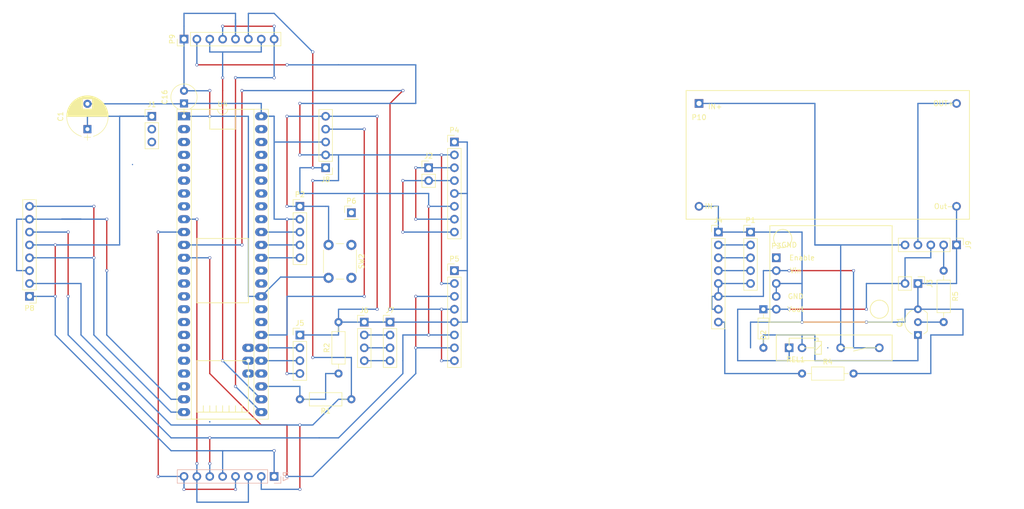
<source format=kicad_pcb>
(kicad_pcb (version 4) (host pcbnew 4.0.6)

  (general
    (links 103)
    (no_connects 10)
    (area 0 0 0 0)
    (thickness 1.6)
    (drawings 3)
    (tracks 376)
    (zones 0)
    (modules 30)
    (nets 41)
  )

  (page A4)
  (title_block
    (title "PentaPod Cortex")
    (company "Jochen Alt")
  )

  (layers
    (0 F.Cu signal)
    (31 B.Cu signal)
    (32 B.Adhes user)
    (33 F.Adhes user)
    (34 B.Paste user)
    (35 F.Paste user)
    (36 B.SilkS user)
    (37 F.SilkS user)
    (38 B.Mask user)
    (39 F.Mask user)
    (40 Dwgs.User user)
    (41 Cmts.User user)
    (42 Eco1.User user)
    (43 Eco2.User user)
    (44 Edge.Cuts user)
    (45 Margin user)
    (46 B.CrtYd user)
    (47 F.CrtYd user)
    (48 B.Fab user)
    (49 F.Fab user)
  )

  (setup
    (last_trace_width 0.25)
    (trace_clearance 0.2)
    (zone_clearance 0.508)
    (zone_45_only no)
    (trace_min 0.2)
    (segment_width 0.2)
    (edge_width 0.15)
    (via_size 0.6)
    (via_drill 0.4)
    (via_min_size 0.4)
    (via_min_drill 0.3)
    (uvia_size 0.3)
    (uvia_drill 0.1)
    (uvias_allowed no)
    (uvia_min_size 0.2)
    (uvia_min_drill 0.1)
    (pcb_text_width 0.3)
    (pcb_text_size 1.5 1.5)
    (mod_edge_width 0.15)
    (mod_text_size 1 1)
    (mod_text_width 0.15)
    (pad_size 1.524 1.524)
    (pad_drill 0.762)
    (pad_to_mask_clearance 0.2)
    (aux_axis_origin 0 0)
    (grid_origin 97.79 100.33)
    (visible_elements 7FFFFFFF)
    (pcbplotparams
      (layerselection 0x00030_80000001)
      (usegerberextensions false)
      (excludeedgelayer true)
      (linewidth 0.100000)
      (plotframeref false)
      (viasonmask false)
      (mode 1)
      (useauxorigin false)
      (hpglpennumber 1)
      (hpglpenspeed 20)
      (hpglpendiameter 15)
      (hpglpenoverlay 2)
      (psnegative false)
      (psa4output false)
      (plotreference true)
      (plotvalue true)
      (plotinvisibletext false)
      (padsonsilk false)
      (subtractmaskfromsilk false)
      (outputformat 1)
      (mirror false)
      (drillshape 1)
      (scaleselection 1)
      (outputdirectory ""))
  )

  (net 0 "")
  (net 1 /+5V)
  (net 2 /RX6)
  (net 3 /TX2)
  (net 4 /RX2)
  (net 5 "Net-(P6-Pad1)")
  (net 6 /TX3)
  (net 7 /RX3)
  (net 8 /TX4)
  (net 9 /RX4)
  (net 10 /TX5)
  (net 11 /RX5)
  (net 12 "Net-(Q1-Pad2)")
  (net 13 "Net-(R1-Pad2)")
  (net 14 "Net-(D2-Pad2)")
  (net 15 /RX)
  (net 16 /TX)
  (net 17 /SDA)
  (net 18 /SCL)
  (net 19 /RST)
  (net 20 /SDA0)
  (net 21 /SCL0)
  (net 22 /SDA-ODroid)
  (net 23 /SCL-ODroid)
  (net 24 /3.3V_ODroid)
  (net 25 /GND)
  (net 26 /TX6)
  (net 27 "Net-(J9-Pad2)")
  (net 28 /Relay-Out)
  (net 29 /VIn+5V)
  (net 30 /Vout+14V)
  (net 31 /LEDKathode)
  (net 32 /Batt-)
  (net 33 /Batt1)
  (net 34 /Batt2)
  (net 35 /Batt3)
  (net 36 /Batt+)
  (net 37 /Switch2)
  (net 38 /+14V)
  (net 39 /+10V)
  (net 40 /Vout+10V)

  (net_class Default "Dies ist die voreingestellte Netzklasse."
    (clearance 0.2)
    (trace_width 0.25)
    (via_dia 0.6)
    (via_drill 0.4)
    (uvia_dia 0.3)
    (uvia_drill 0.1)
    (add_net /+10V)
    (add_net /+14V)
    (add_net /+5V)
    (add_net /3.3V_ODroid)
    (add_net /Batt+)
    (add_net /Batt-)
    (add_net /Batt1)
    (add_net /Batt2)
    (add_net /Batt3)
    (add_net /GND)
    (add_net /LEDKathode)
    (add_net /RST)
    (add_net /RX)
    (add_net /RX2)
    (add_net /RX3)
    (add_net /RX4)
    (add_net /RX5)
    (add_net /RX6)
    (add_net /Relay-Out)
    (add_net /SCL)
    (add_net /SCL-ODroid)
    (add_net /SCL0)
    (add_net /SDA)
    (add_net /SDA-ODroid)
    (add_net /SDA0)
    (add_net /Switch2)
    (add_net /TX)
    (add_net /TX2)
    (add_net /TX3)
    (add_net /TX4)
    (add_net /TX5)
    (add_net /TX6)
    (add_net /VIn+5V)
    (add_net /Vout+10V)
    (add_net /Vout+14V)
    (add_net "Net-(D2-Pad2)")
    (add_net "Net-(J9-Pad2)")
    (add_net "Net-(P6-Pad1)")
    (add_net "Net-(Q1-Pad2)")
    (add_net "Net-(R1-Pad2)")
  )

  (module Cortex:Teensy_3.5 (layer F.Cu) (tedit 593C40E8) (tstamp 593C55AD)
    (at 92.71 72.39)
    (descr "48-lead dip package, row spacing 15.24 mm (600 mils), Socket, LongPads")
    (tags "DIL DIP PDIP 2.54mm 15.24mm 600mil Socket LongPads")
    (path /585C33BC)
    (fp_text reference U4 (at 7.62 -2.39) (layer F.SilkS)
      (effects (font (size 1 1) (thickness 0.15)))
    )
    (fp_text value Teensy_3.5 (at 7.62 60.81) (layer F.Fab)
      (effects (font (size 1 1) (thickness 0.15)))
    )
    (fp_line (start 2.54 24.13) (end 2.54 36.83) (layer F.SilkS) (width 0.15))
    (fp_line (start 2.54 36.83) (end 12.7 36.83) (layer F.SilkS) (width 0.15))
    (fp_line (start 12.7 36.83) (end 12.7 24.13) (layer F.SilkS) (width 0.15))
    (fp_line (start 12.7 24.13) (end 2.54 24.13) (layer F.SilkS) (width 0.15))
    (fp_line (start 5.08 -1.27) (end 5.08 2.54) (layer F.SilkS) (width 0.15))
    (fp_line (start 5.08 2.54) (end 10.16 2.54) (layer F.SilkS) (width 0.15))
    (fp_line (start 10.16 2.54) (end 10.16 -1.27) (layer F.SilkS) (width 0.15))
    (fp_line (start 11.43 58.42) (end 11.43 57.15) (layer F.SilkS) (width 0.15))
    (fp_line (start 10.16 58.42) (end 10.16 57.15) (layer F.SilkS) (width 0.15))
    (fp_line (start 8.89 58.42) (end 8.89 57.15) (layer F.SilkS) (width 0.15))
    (fp_line (start 7.62 58.42) (end 7.62 57.15) (layer F.SilkS) (width 0.15))
    (fp_line (start 6.35 58.42) (end 6.35 57.15) (layer F.SilkS) (width 0.15))
    (fp_line (start 5.08 58.42) (end 5.08 57.15) (layer F.SilkS) (width 0.15))
    (fp_line (start 3.81 58.42) (end 3.81 57.15) (layer F.SilkS) (width 0.15))
    (fp_line (start 2.54 58.42) (end 2.54 48.26) (layer F.SilkS) (width 0.15))
    (fp_line (start 2.54 48.26) (end 12.7 48.26) (layer F.SilkS) (width 0.15))
    (fp_line (start 12.7 48.26) (end 12.7 58.42) (layer F.SilkS) (width 0.15))
    (fp_line (start 12.7 58.42) (end 2.54 58.42) (layer F.SilkS) (width 0.15))
    (fp_text user %R (at 7.62 29.21) (layer F.Fab)
      (effects (font (size 1 1) (thickness 0.15)))
    )
    (fp_line (start 1.255 -1.27) (end 14.985 -1.27) (layer F.Fab) (width 0.1))
    (fp_line (start 14.985 -1.27) (end 14.985 59.69) (layer F.Fab) (width 0.1))
    (fp_line (start 14.985 59.69) (end 0.255 59.69) (layer F.Fab) (width 0.1))
    (fp_line (start 0.255 59.69) (end 0.255 -0.27) (layer F.Fab) (width 0.1))
    (fp_line (start 0.255 -0.27) (end 1.255 -1.27) (layer F.Fab) (width 0.1))
    (fp_line (start -1.27 -1.27) (end -1.27 59.69) (layer F.Fab) (width 0.1))
    (fp_line (start -1.27 59.69) (end 16.51 59.69) (layer F.Fab) (width 0.1))
    (fp_line (start 16.51 59.69) (end 16.51 -1.27) (layer F.Fab) (width 0.1))
    (fp_line (start 16.51 -1.27) (end -1.27 -1.27) (layer F.Fab) (width 0.1))
    (fp_line (start 6.62 -1.39) (end 1.44 -1.39) (layer F.SilkS) (width 0.12))
    (fp_line (start 1.44 -1.39) (end 1.44 59.81) (layer F.SilkS) (width 0.12))
    (fp_line (start 1.44 59.81) (end 13.8 59.81) (layer F.SilkS) (width 0.12))
    (fp_line (start 13.8 59.81) (end 13.8 -1.39) (layer F.SilkS) (width 0.12))
    (fp_line (start 13.8 -1.39) (end 8.62 -1.39) (layer F.SilkS) (width 0.12))
    (fp_line (start -1.39 -1.39) (end -1.39 59.81) (layer F.SilkS) (width 0.12))
    (fp_line (start -1.39 59.81) (end 16.63 59.81) (layer F.SilkS) (width 0.12))
    (fp_line (start 16.63 59.81) (end 16.63 -1.39) (layer F.SilkS) (width 0.12))
    (fp_line (start 16.63 -1.39) (end -1.39 -1.39) (layer F.SilkS) (width 0.12))
    (fp_line (start -1.7 -1.7) (end -1.7 60.1) (layer F.CrtYd) (width 0.05))
    (fp_line (start -1.7 60.1) (end 16.9 60.1) (layer F.CrtYd) (width 0.05))
    (fp_line (start 16.9 60.1) (end 16.9 -1.7) (layer F.CrtYd) (width 0.05))
    (fp_line (start 16.9 -1.7) (end -1.7 -1.7) (layer F.CrtYd) (width 0.05))
    (fp_arc (start 7.62 -1.39) (end 6.62 -1.39) (angle -180) (layer F.SilkS) (width 0.12))
    (pad 51 thru_hole oval (at 12.7 50.8) (size 2.4 1.6) (drill 0.8) (layers *.Cu *.Mask)
      (net 2 /RX6))
    (pad 50 thru_hole oval (at 12.7 48.26) (size 2.4 1.6) (drill 0.8) (layers *.Cu *.Mask)
      (net 26 /TX6))
    (pad 49 thru_hole oval (at 12.7 45.72) (size 2.4 1.6) (drill 0.8) (layers *.Cu *.Mask))
    (pad 1 thru_hole rect (at 0 0) (size 2.4 1.6) (drill 0.8) (layers *.Cu *.Mask)
      (net 25 /GND))
    (pad 25 thru_hole oval (at 15.24 58.42) (size 2.4 1.6) (drill 0.8) (layers *.Cu *.Mask)
      (net 11 /RX5))
    (pad 2 thru_hole oval (at 0 2.54) (size 2.4 1.6) (drill 0.8) (layers *.Cu *.Mask)
      (net 15 /RX))
    (pad 26 thru_hole oval (at 15.24 55.88) (size 2.4 1.6) (drill 0.8) (layers *.Cu *.Mask)
      (net 10 /TX5))
    (pad 3 thru_hole oval (at 0 5.08) (size 2.4 1.6) (drill 0.8) (layers *.Cu *.Mask)
      (net 16 /TX))
    (pad 27 thru_hole oval (at 15.24 53.34) (size 2.4 1.6) (drill 0.8) (layers *.Cu *.Mask)
      (net 13 "Net-(R1-Pad2)"))
    (pad 4 thru_hole oval (at 0 7.62) (size 2.4 1.6) (drill 0.8) (layers *.Cu *.Mask))
    (pad 28 thru_hole oval (at 15.24 50.8) (size 2.4 1.6) (drill 0.8) (layers *.Cu *.Mask))
    (pad 5 thru_hole oval (at 0 10.16) (size 2.4 1.6) (drill 0.8) (layers *.Cu *.Mask))
    (pad 29 thru_hole oval (at 15.24 48.26) (size 2.4 1.6) (drill 0.8) (layers *.Cu *.Mask)
      (net 21 /SCL0))
    (pad 6 thru_hole oval (at 0 12.7) (size 2.4 1.6) (drill 0.8) (layers *.Cu *.Mask))
    (pad 30 thru_hole oval (at 15.24 45.72) (size 2.4 1.6) (drill 0.8) (layers *.Cu *.Mask)
      (net 20 /SDA0))
    (pad 7 thru_hole oval (at 0 15.24) (size 2.4 1.6) (drill 0.8) (layers *.Cu *.Mask))
    (pad 31 thru_hole oval (at 15.24 43.18) (size 2.4 1.6) (drill 0.8) (layers *.Cu *.Mask)
      (net 28 /Relay-Out))
    (pad 8 thru_hole oval (at 0 17.78) (size 2.4 1.6) (drill 0.8) (layers *.Cu *.Mask))
    (pad 32 thru_hole oval (at 15.24 40.64) (size 2.4 1.6) (drill 0.8) (layers *.Cu *.Mask))
    (pad 9 thru_hole oval (at 0 20.32) (size 2.4 1.6) (drill 0.8) (layers *.Cu *.Mask)
      (net 6 /TX3))
    (pad 33 thru_hole oval (at 15.24 38.1) (size 2.4 1.6) (drill 0.8) (layers *.Cu *.Mask))
    (pad 10 thru_hole oval (at 0 22.86) (size 2.4 1.6) (drill 0.8) (layers *.Cu *.Mask)
      (net 7 /RX3))
    (pad 34 thru_hole oval (at 15.24 35.56) (size 2.4 1.6) (drill 0.8) (layers *.Cu *.Mask)
      (net 25 /GND))
    (pad 11 thru_hole oval (at 0 25.4) (size 2.4 1.6) (drill 0.8) (layers *.Cu *.Mask)
      (net 4 /RX2))
    (pad 35 thru_hole oval (at 15.24 33.02) (size 2.4 1.6) (drill 0.8) (layers *.Cu *.Mask))
    (pad 12 thru_hole oval (at 0 27.94) (size 2.4 1.6) (drill 0.8) (layers *.Cu *.Mask)
      (net 3 /TX2))
    (pad 36 thru_hole oval (at 15.24 30.48) (size 2.4 1.6) (drill 0.8) (layers *.Cu *.Mask))
    (pad 13 thru_hole oval (at 0 30.48) (size 2.4 1.6) (drill 0.8) (layers *.Cu *.Mask))
    (pad 37 thru_hole oval (at 15.24 27.94) (size 2.4 1.6) (drill 0.8) (layers *.Cu *.Mask)
      (net 19 /RST))
    (pad 14 thru_hole oval (at 0 33.02) (size 2.4 1.6) (drill 0.8) (layers *.Cu *.Mask))
    (pad 38 thru_hole oval (at 15.24 25.4) (size 2.4 1.6) (drill 0.8) (layers *.Cu *.Mask)
      (net 18 /SCL))
    (pad 15 thru_hole oval (at 0 35.56) (size 2.4 1.6) (drill 0.8) (layers *.Cu *.Mask))
    (pad 39 thru_hole oval (at 15.24 22.86) (size 2.4 1.6) (drill 0.8) (layers *.Cu *.Mask)
      (net 17 /SDA))
    (pad 16 thru_hole oval (at 0 38.1) (size 2.4 1.6) (drill 0.8) (layers *.Cu *.Mask))
    (pad 40 thru_hole oval (at 15.24 20.32) (size 2.4 1.6) (drill 0.8) (layers *.Cu *.Mask))
    (pad 17 thru_hole oval (at 0 40.64) (size 2.4 1.6) (drill 0.8) (layers *.Cu *.Mask))
    (pad 41 thru_hole oval (at 15.24 17.78) (size 2.4 1.6) (drill 0.8) (layers *.Cu *.Mask))
    (pad 18 thru_hole oval (at 0 43.18) (size 2.4 1.6) (drill 0.8) (layers *.Cu *.Mask))
    (pad 42 thru_hole oval (at 15.24 15.24) (size 2.4 1.6) (drill 0.8) (layers *.Cu *.Mask))
    (pad 19 thru_hole oval (at 0 45.72) (size 2.4 1.6) (drill 0.8) (layers *.Cu *.Mask))
    (pad 43 thru_hole oval (at 15.24 12.7) (size 2.4 1.6) (drill 0.8) (layers *.Cu *.Mask))
    (pad 20 thru_hole oval (at 0 48.26) (size 2.4 1.6) (drill 0.8) (layers *.Cu *.Mask))
    (pad 44 thru_hole oval (at 15.24 10.16) (size 2.4 1.6) (drill 0.8) (layers *.Cu *.Mask))
    (pad 21 thru_hole oval (at 0 50.8) (size 2.4 1.6) (drill 0.8) (layers *.Cu *.Mask))
    (pad 45 thru_hole oval (at 15.24 7.62) (size 2.4 1.6) (drill 0.8) (layers *.Cu *.Mask))
    (pad 22 thru_hole oval (at 0 53.34) (size 2.4 1.6) (drill 0.8) (layers *.Cu *.Mask))
    (pad 46 thru_hole oval (at 15.24 5.08) (size 2.4 1.6) (drill 0.8) (layers *.Cu *.Mask))
    (pad 23 thru_hole oval (at 0 55.88) (size 2.4 1.6) (drill 0.8) (layers *.Cu *.Mask)
      (net 8 /TX4))
    (pad 47 thru_hole oval (at 15.24 2.54) (size 2.4 1.6) (drill 0.8) (layers *.Cu *.Mask))
    (pad 24 thru_hole oval (at 0 58.42) (size 2.4 1.6) (drill 0.8) (layers *.Cu *.Mask)
      (net 9 /RX4))
    (pad 48 thru_hole oval (at 15.24 0) (size 2.4 1.6) (drill 0.8) (layers *.Cu *.Mask)
      (net 29 /VIn+5V))
    (model ${KISYS3DMOD}/Housings_DIP.3dshapes/DIP-48_W15.24mm_Socket_LongPads.wrl
      (at (xyz 0 0 0))
      (scale (xyz 1 1 1))
      (rotate (xyz 0 0 0))
    )
  )

  (module Capacitors_THT:CP_Radial_Tantal_D5.0mm_P2.50mm (layer F.Cu) (tedit 597C781B) (tstamp 59A069AD)
    (at 92.71 69.85 90)
    (descr "CP, Radial_Tantal series, Radial, pin pitch=2.50mm, , diameter=5.0mm, Tantal Electrolytic Capacitor, http://cdn-reichelt.de/documents/datenblatt/B300/TANTAL-TB-Serie%23.pdf")
    (tags "CP Radial_Tantal series Radial pin pitch 2.50mm  diameter 5.0mm Tantal Electrolytic Capacitor")
    (path /50E7F8BE)
    (fp_text reference C16 (at 1.25 -3.81 90) (layer F.SilkS)
      (effects (font (size 1 1) (thickness 0.15)))
    )
    (fp_text value 100nF (at 1.25 3.81 90) (layer F.Fab)
      (effects (font (size 1 1) (thickness 0.15)))
    )
    (fp_arc (start 1.25 0) (end -1.05558 -1.18) (angle 125.8) (layer F.SilkS) (width 0.12))
    (fp_arc (start 1.25 0) (end -1.05558 1.18) (angle -125.8) (layer F.SilkS) (width 0.12))
    (fp_arc (start 1.25 0) (end 3.55558 -1.18) (angle 54.2) (layer F.SilkS) (width 0.12))
    (fp_circle (center 1.25 0) (end 3.75 0) (layer F.Fab) (width 0.1))
    (fp_line (start -2.2 0) (end -1 0) (layer F.Fab) (width 0.1))
    (fp_line (start -1.6 -0.65) (end -1.6 0.65) (layer F.Fab) (width 0.1))
    (fp_line (start -2.2 0) (end -1 0) (layer F.SilkS) (width 0.12))
    (fp_line (start -1.6 -0.65) (end -1.6 0.65) (layer F.SilkS) (width 0.12))
    (fp_line (start -1.6 -2.85) (end -1.6 2.85) (layer F.CrtYd) (width 0.05))
    (fp_line (start -1.6 2.85) (end 4.1 2.85) (layer F.CrtYd) (width 0.05))
    (fp_line (start 4.1 2.85) (end 4.1 -2.85) (layer F.CrtYd) (width 0.05))
    (fp_line (start 4.1 -2.85) (end -1.6 -2.85) (layer F.CrtYd) (width 0.05))
    (fp_text user %R (at 1.25 0 90) (layer F.Fab)
      (effects (font (size 1 1) (thickness 0.15)))
    )
    (pad 1 thru_hole rect (at 0 0 90) (size 1.6 1.6) (drill 0.8) (layers *.Cu *.Mask)
      (net 29 /VIn+5V))
    (pad 2 thru_hole circle (at 2.5 0 90) (size 1.6 1.6) (drill 0.8) (layers *.Cu *.Mask)
      (net 25 /GND))
    (model ${KISYS3DMOD}/Capacitors_THT.3dshapes/CP_Radial_Tantal_D5.0mm_P2.50mm.wrl
      (at (xyz 0 0 0))
      (scale (xyz 1 1 1))
      (rotate (xyz 0 0 0))
    )
  )

  (module Buttons_Switches_THT:SW_PUSH_6mm (layer F.Cu) (tedit 593D0BC6) (tstamp 593D0E29)
    (at 125.73 97.79 270)
    (descr https://www.omron.com/ecb/products/pdf/en-b3f.pdf)
    (tags "tact sw push 6mm")
    (path /50E56802)
    (fp_text reference SW2 (at 3.25 -2 270) (layer F.SilkS)
      (effects (font (size 1 1) (thickness 0.15)))
    )
    (fp_text value reset (at 3.75 6.7 270) (layer F.Fab)
      (effects (font (size 1 1) (thickness 0.15)))
    )
    (fp_text user %R (at 2.54 2.54 270) (layer F.Fab)
      (effects (font (size 1 1) (thickness 0.15)))
    )
    (fp_line (start 3.25 -0.75) (end 6.25 -0.75) (layer F.Fab) (width 0.1))
    (fp_line (start 6.25 -0.75) (end 6.25 5.25) (layer F.Fab) (width 0.1))
    (fp_line (start 6.25 5.25) (end 0.25 5.25) (layer F.Fab) (width 0.1))
    (fp_line (start 0.25 5.25) (end 0.25 -0.75) (layer F.Fab) (width 0.1))
    (fp_line (start 0.25 -0.75) (end 3.25 -0.75) (layer F.Fab) (width 0.1))
    (fp_line (start 7.75 6) (end 8 6) (layer F.CrtYd) (width 0.05))
    (fp_line (start 8 6) (end 8 5.75) (layer F.CrtYd) (width 0.05))
    (fp_line (start 7.75 -1.5) (end 8 -1.5) (layer F.CrtYd) (width 0.05))
    (fp_line (start 8 -1.5) (end 8 -1.25) (layer F.CrtYd) (width 0.05))
    (fp_line (start -1.5 -1.25) (end -1.5 -1.5) (layer F.CrtYd) (width 0.05))
    (fp_line (start -1.5 -1.5) (end -1.25 -1.5) (layer F.CrtYd) (width 0.05))
    (fp_line (start -1.5 5.75) (end -1.5 6) (layer F.CrtYd) (width 0.05))
    (fp_line (start -1.5 6) (end -1.25 6) (layer F.CrtYd) (width 0.05))
    (fp_line (start -1.25 -1.5) (end 7.75 -1.5) (layer F.CrtYd) (width 0.05))
    (fp_line (start -1.5 5.75) (end -1.5 -1.25) (layer F.CrtYd) (width 0.05))
    (fp_line (start 7.75 6) (end -1.25 6) (layer F.CrtYd) (width 0.05))
    (fp_line (start 8 -1.25) (end 8 5.75) (layer F.CrtYd) (width 0.05))
    (fp_line (start 1 5.5) (end 5.5 5.5) (layer F.SilkS) (width 0.12))
    (fp_line (start -0.25 1.5) (end -0.25 3) (layer F.SilkS) (width 0.12))
    (fp_line (start 5.5 -1) (end 1 -1) (layer F.SilkS) (width 0.12))
    (fp_line (start 6.75 3) (end 6.75 1.5) (layer F.SilkS) (width 0.12))
    (fp_circle (center 3.25 2.25) (end 1.25 2.5) (layer F.Fab) (width 0.1))
    (pad 2 thru_hole circle (at 0 4.5) (size 2 2) (drill 1.1) (layers *.Cu *.Mask)
      (net 25 /GND))
    (pad 1 thru_hole circle (at 0 0) (size 2 2) (drill 1.1) (layers *.Cu *.Mask)
      (net 5 "Net-(P6-Pad1)"))
    (pad 2 thru_hole circle (at 6.5 4.5) (size 2 2) (drill 1.1) (layers *.Cu *.Mask)
      (net 25 /GND))
    (pad 1 thru_hole circle (at 6.5 0) (size 2 2) (drill 1.1) (layers *.Cu *.Mask)
      (net 5 "Net-(P6-Pad1)"))
    (model ${KISYS3DMOD}/Buttons_Switches_THT.3dshapes/SW_PUSH_6mm.wrl
      (at (xyz 0.005 0 0))
      (scale (xyz 0.3937 0.3937 0.3937))
      (rotate (xyz 0 0 0))
    )
  )

  (module Diodes_THT:D_DO-35_SOD27_P7.62mm_Horizontal (layer F.Cu) (tedit 59A095D7) (tstamp 59387EEC)
    (at 207.01 110.49 270)
    (descr "D, DO-35_SOD27 series, Axial, Horizontal, pin pitch=7.62mm, , length*diameter=4*2mm^2, , http://www.diodes.com/_files/packages/DO-35.pdf")
    (tags "D DO-35_SOD27 series Axial Horizontal pin pitch 7.62mm  length 4mm diameter 2mm")
    (path /5935E078)
    (fp_text reference D2 (at 5.08 0 270) (layer F.SilkS)
      (effects (font (size 1 1) (thickness 0.15)))
    )
    (fp_text value D_Schottky (at 10.16 2.54 270) (layer F.Fab)
      (effects (font (size 1 1) (thickness 0.15)))
    )
    (fp_text user %R (at 5.08 0 270) (layer F.Fab)
      (effects (font (size 1 1) (thickness 0.15)))
    )
    (fp_line (start 1.81 -1) (end 1.81 1) (layer F.Fab) (width 0.1))
    (fp_line (start 1.81 1) (end 5.81 1) (layer F.Fab) (width 0.1))
    (fp_line (start 5.81 1) (end 5.81 -1) (layer F.Fab) (width 0.1))
    (fp_line (start 5.81 -1) (end 1.81 -1) (layer F.Fab) (width 0.1))
    (fp_line (start 0 0) (end 1.81 0) (layer F.Fab) (width 0.1))
    (fp_line (start 7.62 0) (end 5.81 0) (layer F.Fab) (width 0.1))
    (fp_line (start 2.41 -1) (end 2.41 1) (layer F.Fab) (width 0.1))
    (fp_line (start 1.75 -1.06) (end 1.75 1.06) (layer F.SilkS) (width 0.12))
    (fp_line (start 1.75 1.06) (end 5.87 1.06) (layer F.SilkS) (width 0.12))
    (fp_line (start 5.87 1.06) (end 5.87 -1.06) (layer F.SilkS) (width 0.12))
    (fp_line (start 5.87 -1.06) (end 1.75 -1.06) (layer F.SilkS) (width 0.12))
    (fp_line (start 0.98 0) (end 1.75 0) (layer F.SilkS) (width 0.12))
    (fp_line (start 6.64 0) (end 5.87 0) (layer F.SilkS) (width 0.12))
    (fp_line (start 2.41 -1.06) (end 2.41 1.06) (layer F.SilkS) (width 0.12))
    (fp_line (start -1.05 -1.35) (end -1.05 1.35) (layer F.CrtYd) (width 0.05))
    (fp_line (start -1.05 1.35) (end 8.7 1.35) (layer F.CrtYd) (width 0.05))
    (fp_line (start 8.7 1.35) (end 8.7 -1.35) (layer F.CrtYd) (width 0.05))
    (fp_line (start 8.7 -1.35) (end -1.05 -1.35) (layer F.CrtYd) (width 0.05))
    (pad 1 thru_hole rect (at 0 0 270) (size 1.6 1.6) (drill 0.8) (layers *.Cu *.Mask)
      (net 1 /+5V))
    (pad 2 thru_hole oval (at 7.62 0 270) (size 1.6 1.6) (drill 0.8) (layers *.Cu *.Mask)
      (net 14 "Net-(D2-Pad2)"))
    (model ${KISYS3DMOD}/Diodes_THT.3dshapes/D_DO-35_SOD27_P7.62mm_Horizontal.wrl
      (at (xyz 0 0 0))
      (scale (xyz 0.393701 0.393701 0.393701))
      (rotate (xyz 0 0 0))
    )
  )

  (module Pin_Headers:Pin_Header_Straight_1x01_Pitch2.54mm (layer F.Cu) (tedit 58CD4EC1) (tstamp 593C3E00)
    (at 125.73 91.44)
    (descr "Through hole straight pin header, 1x01, 2.54mm pitch, single row")
    (tags "Through hole pin header THT 1x01 2.54mm single row")
    (path /59358754)
    (fp_text reference P6 (at 0 -2.33) (layer F.SilkS)
      (effects (font (size 1 1) (thickness 0.15)))
    )
    (fp_text value "Teensy RST(49)" (at 0 2.33) (layer F.Fab)
      (effects (font (size 1 1) (thickness 0.15)))
    )
    (fp_line (start -1.27 -1.27) (end -1.27 1.27) (layer F.Fab) (width 0.1))
    (fp_line (start -1.27 1.27) (end 1.27 1.27) (layer F.Fab) (width 0.1))
    (fp_line (start 1.27 1.27) (end 1.27 -1.27) (layer F.Fab) (width 0.1))
    (fp_line (start 1.27 -1.27) (end -1.27 -1.27) (layer F.Fab) (width 0.1))
    (fp_line (start -1.33 1.27) (end -1.33 1.33) (layer F.SilkS) (width 0.12))
    (fp_line (start -1.33 1.33) (end 1.33 1.33) (layer F.SilkS) (width 0.12))
    (fp_line (start 1.33 1.33) (end 1.33 1.27) (layer F.SilkS) (width 0.12))
    (fp_line (start 1.33 1.27) (end -1.33 1.27) (layer F.SilkS) (width 0.12))
    (fp_line (start -1.33 0) (end -1.33 -1.33) (layer F.SilkS) (width 0.12))
    (fp_line (start -1.33 -1.33) (end 0 -1.33) (layer F.SilkS) (width 0.12))
    (fp_line (start -1.8 -1.8) (end -1.8 1.8) (layer F.CrtYd) (width 0.05))
    (fp_line (start -1.8 1.8) (end 1.8 1.8) (layer F.CrtYd) (width 0.05))
    (fp_line (start 1.8 1.8) (end 1.8 -1.8) (layer F.CrtYd) (width 0.05))
    (fp_line (start 1.8 -1.8) (end -1.8 -1.8) (layer F.CrtYd) (width 0.05))
    (fp_text user %R (at 0 -2.33) (layer F.Fab)
      (effects (font (size 1 1) (thickness 0.15)))
    )
    (pad 1 thru_hole rect (at 0 0) (size 1.7 1.7) (drill 1) (layers *.Cu *.Mask)
      (net 5 "Net-(P6-Pad1)"))
    (model ${KISYS3DMOD}/Pin_Headers.3dshapes/Pin_Header_Straight_1x01_Pitch2.54mm.wrl
      (at (xyz 0 0 0))
      (scale (xyz 1 1 1))
      (rotate (xyz 0 0 90))
    )
  )

  (module Cortex:Pololu_D24V50F5 (layer F.Cu) (tedit 59A169B1) (tstamp 593C4E89)
    (at 209.55 100.33)
    (descr "Through hole straight pin header, 1x05, 2.54mm pitch, single row")
    (tags "Through hole pin header THT 1x05 2.54mm single row")
    (path /593C62E9)
    (fp_text reference P3 (at 0 -2.33) (layer F.SilkS)
      (effects (font (size 1 1) (thickness 0.15)))
    )
    (fp_text value D24V50F5 (at 15.24 6.35) (layer F.Fab)
      (effects (font (size 1 1) (thickness 0.15)))
    )
    (fp_circle (center 20.32 10.16) (end 21.59 11.43) (layer F.SilkS) (width 0.15))
    (fp_line (start -1.27 -6.35) (end -1.27 12.7) (layer F.SilkS) (width 0.15))
    (fp_line (start -1.27 12.7) (end 22.86 12.7) (layer F.SilkS) (width 0.15))
    (fp_line (start 22.86 12.7) (end 22.86 -6.35) (layer F.SilkS) (width 0.15))
    (fp_line (start 22.86 -6.35) (end -1.27 -6.35) (layer F.SilkS) (width 0.15))
    (fp_circle (center 1.27 -3.81) (end 0 -5.08) (layer F.SilkS) (width 0.15))
    (fp_text user Vout (at 3.81 10.16) (layer F.SilkS)
      (effects (font (size 1 1) (thickness 0.15)))
    )
    (fp_text user GND (at 3.81 7.62) (layer F.SilkS)
      (effects (font (size 1 1) (thickness 0.15)))
    )
    (fp_text user GND (at 2.54 -2.54) (layer F.SilkS)
      (effects (font (size 1 1) (thickness 0.15)))
    )
    (fp_text user Vin (at 3.81 2.54) (layer F.SilkS)
      (effects (font (size 1 1) (thickness 0.15)))
    )
    (fp_text user Enable (at 5.08 0) (layer F.SilkS)
      (effects (font (size 1 1) (thickness 0.15)))
    )
    (fp_text user %R (at 0 -2.33) (layer F.Fab)
      (effects (font (size 1 1) (thickness 0.15)))
    )
    (pad 1 thru_hole rect (at 0 0) (size 1.7 1.7) (drill 1) (layers *.Cu *.Mask))
    (pad 2 thru_hole oval (at 0 2.54) (size 1.7 1.7) (drill 1) (layers *.Cu *.Mask)
      (net 37 /Switch2))
    (pad 3 thru_hole oval (at 0 5.08) (size 1.7 1.7) (drill 1) (layers *.Cu *.Mask)
      (net 32 /Batt-))
    (pad 4 thru_hole oval (at 0 7.62) (size 1.7 1.7) (drill 1) (layers *.Cu *.Mask)
      (net 32 /Batt-))
    (pad 5 thru_hole oval (at 0 10.16) (size 1.7 1.7) (drill 1) (layers *.Cu *.Mask)
      (net 1 /+5V))
    (model ${KISYS3DMOD}/Pin_Headers.3dshapes/Pin_Header_Straight_1x05_Pitch2.54mm.wrl
      (at (xyz 0 -0.2 0))
      (scale (xyz 1 1 1))
      (rotate (xyz 0 0 90))
    )
  )

  (module Cortex:Relay_HF49FD (layer F.Cu) (tedit 593D2E84) (tstamp 593C59C4)
    (at 212.09 118.11 180)
    (descr "Through hole straight socket strip, 2x02, 2.54mm pitch, double rows")
    (tags "Through hole socket strip THT 2x02 2.54mm double row")
    (path /59358F52)
    (fp_text reference REL1 (at -1.27 -2.33 180) (layer F.SilkS)
      (effects (font (size 1 1) (thickness 0.15)))
    )
    (fp_text value HF49FD (at -7.62 -2.54 180) (layer F.Fab)
      (effects (font (size 1 1) (thickness 0.15)))
    )
    (fp_line (start -12.7 0) (end -10.16 0) (layer F.SilkS) (width 0.15))
    (fp_line (start -15.24 0) (end -17.78 0) (layer F.SilkS) (width 0.15))
    (fp_line (start -15.24 0) (end -12.7 -0.635) (layer F.SilkS) (width 0.15))
    (fp_line (start -5.715 1.27) (end -5.715 1.905) (layer F.SilkS) (width 0.15))
    (fp_line (start -5.715 1.905) (end 0 1.905) (layer F.SilkS) (width 0.15))
    (fp_line (start 0 1.905) (end 0 0) (layer F.SilkS) (width 0.15))
    (fp_line (start -2.54 0) (end -5.08 0) (layer F.SilkS) (width 0.15))
    (fp_line (start -6.35 0.635) (end -5.08 -0.635) (layer F.SilkS) (width 0.15))
    (fp_line (start -6.35 -1.27) (end -6.35 1.27) (layer F.SilkS) (width 0.15))
    (fp_line (start -6.35 1.27) (end -5.08 1.27) (layer F.SilkS) (width 0.15))
    (fp_line (start -5.08 1.27) (end -5.08 -1.27) (layer F.SilkS) (width 0.15))
    (fp_line (start -5.08 -1.27) (end -6.35 -1.27) (layer F.SilkS) (width 0.15))
    (fp_line (start 2.54 2.54) (end 2.54 -2.54) (layer F.SilkS) (width 0.15))
    (fp_line (start 2.54 -2.54) (end -20.32 -2.54) (layer F.SilkS) (width 0.15))
    (fp_line (start -20.32 -2.54) (end -20.32 2.54) (layer F.SilkS) (width 0.15))
    (fp_line (start -20.32 2.54) (end 2.54 2.54) (layer F.SilkS) (width 0.15))
    (fp_text user %R (at -1.27 -2.33 180) (layer F.Fab)
      (effects (font (size 1 1) (thickness 0.15)))
    )
    (pad 1 thru_hole rect (at 0 0 180) (size 1.7 1.7) (drill 1) (layers *.Cu *.Mask)
      (net 1 /+5V))
    (pad 2 thru_hole oval (at -2.54 0 180) (size 1.7 1.7) (drill 1) (layers *.Cu *.Mask)
      (net 14 "Net-(D2-Pad2)"))
    (pad 3 thru_hole oval (at -10.16 0 180) (size 1.7 1.7) (drill 1) (layers *.Cu *.Mask)
      (net 30 /Vout+14V))
    (pad 4 thru_hole oval (at -17.78 0 180) (size 1.7 1.7) (drill 1) (layers *.Cu *.Mask)
      (net 37 /Switch2))
    (model ${KISYS3DMOD}/Socket_Strips.3dshapes/Socket_Strip_Straight_2x02_Pitch2.54mm.wrl
      (at (xyz -0.05 -0.05 0))
      (scale (xyz 1 1 1))
      (rotate (xyz 0 0 270))
    )
  )

  (module TO_SOT_Packages_THT:TO-92_Inline_Wide (layer F.Cu) (tedit 58CE52AF) (tstamp 593D1182)
    (at 237.49 115.57 90)
    (descr "TO-92 leads in-line, wide, drill 0.8mm (see NXP sot054_po.pdf)")
    (tags "to-92 sc-43 sc-43a sot54 PA33 transistor")
    (path /593C8FBB)
    (fp_text reference Q1 (at 2.54 -3.56 270) (layer F.SilkS)
      (effects (font (size 1 1) (thickness 0.15)))
    )
    (fp_text value "BC337(o.ä.)" (at 2.54 2.79 90) (layer F.Fab)
      (effects (font (size 1 1) (thickness 0.15)))
    )
    (fp_text user %R (at 2.54 -3.56 270) (layer F.Fab)
      (effects (font (size 1 1) (thickness 0.15)))
    )
    (fp_line (start 0.74 1.85) (end 4.34 1.85) (layer F.SilkS) (width 0.12))
    (fp_line (start 0.8 1.75) (end 4.3 1.75) (layer F.Fab) (width 0.1))
    (fp_line (start -1.01 -2.73) (end 6.09 -2.73) (layer F.CrtYd) (width 0.05))
    (fp_line (start -1.01 -2.73) (end -1.01 2.01) (layer F.CrtYd) (width 0.05))
    (fp_line (start 6.09 2.01) (end 6.09 -2.73) (layer F.CrtYd) (width 0.05))
    (fp_line (start 6.09 2.01) (end -1.01 2.01) (layer F.CrtYd) (width 0.05))
    (fp_arc (start 2.54 0) (end 0.74 1.85) (angle 20) (layer F.SilkS) (width 0.12))
    (fp_arc (start 2.54 0) (end 2.54 -2.6) (angle -65) (layer F.SilkS) (width 0.12))
    (fp_arc (start 2.54 0) (end 2.54 -2.6) (angle 65) (layer F.SilkS) (width 0.12))
    (fp_arc (start 2.54 0) (end 2.54 -2.48) (angle 135) (layer F.Fab) (width 0.1))
    (fp_arc (start 2.54 0) (end 2.54 -2.48) (angle -135) (layer F.Fab) (width 0.1))
    (fp_arc (start 2.54 0) (end 4.34 1.85) (angle -20) (layer F.SilkS) (width 0.12))
    (pad 2 thru_hole circle (at 2.54 0 180) (size 1.52 1.52) (drill 0.8) (layers *.Cu *.Mask)
      (net 12 "Net-(Q1-Pad2)"))
    (pad 3 thru_hole circle (at 5.08 0 180) (size 1.52 1.52) (drill 0.8) (layers *.Cu *.Mask)
      (net 32 /Batt-))
    (pad 1 thru_hole rect (at 0 0 180) (size 1.52 1.52) (drill 0.8) (layers *.Cu *.Mask)
      (net 14 "Net-(D2-Pad2)"))
    (model ${KISYS3DMOD}/TO_SOT_Packages_THT.3dshapes/TO-92_Inline_Wide.wrl
      (at (xyz 0.1 0 0))
      (scale (xyz 1 1 1))
      (rotate (xyz 0 0 -90))
    )
  )

  (module Pin_Headers:Pin_Header_Straight_1x02_Pitch2.54mm (layer F.Cu) (tedit 593D2E89) (tstamp 593D2F33)
    (at 140.97 82.55)
    (descr "Through hole straight pin header, 1x02, 2.54mm pitch, single row")
    (tags "Through hole pin header THT 1x02 2.54mm single row")
    (path /593E3DCB)
    (fp_text reference J2 (at 0 -2.33) (layer F.SilkS)
      (effects (font (size 1 1) (thickness 0.15)))
    )
    (fp_text value "UART6 Connector" (at 2.54 5.08 90) (layer F.Fab)
      (effects (font (size 1 1) (thickness 0.15)))
    )
    (fp_line (start -1.27 -1.27) (end -1.27 3.81) (layer F.Fab) (width 0.1))
    (fp_line (start -1.27 3.81) (end 1.27 3.81) (layer F.Fab) (width 0.1))
    (fp_line (start 1.27 3.81) (end 1.27 -1.27) (layer F.Fab) (width 0.1))
    (fp_line (start 1.27 -1.27) (end -1.27 -1.27) (layer F.Fab) (width 0.1))
    (fp_line (start -1.33 1.27) (end -1.33 3.87) (layer F.SilkS) (width 0.12))
    (fp_line (start -1.33 3.87) (end 1.33 3.87) (layer F.SilkS) (width 0.12))
    (fp_line (start 1.33 3.87) (end 1.33 1.27) (layer F.SilkS) (width 0.12))
    (fp_line (start 1.33 1.27) (end -1.33 1.27) (layer F.SilkS) (width 0.12))
    (fp_line (start -1.33 0) (end -1.33 -1.33) (layer F.SilkS) (width 0.12))
    (fp_line (start -1.33 -1.33) (end 0 -1.33) (layer F.SilkS) (width 0.12))
    (fp_line (start -1.8 -1.8) (end -1.8 4.35) (layer F.CrtYd) (width 0.05))
    (fp_line (start -1.8 4.35) (end 1.8 4.35) (layer F.CrtYd) (width 0.05))
    (fp_line (start 1.8 4.35) (end 1.8 -1.8) (layer F.CrtYd) (width 0.05))
    (fp_line (start 1.8 -1.8) (end -1.8 -1.8) (layer F.CrtYd) (width 0.05))
    (fp_text user %R (at 0 -2.33) (layer F.Fab)
      (effects (font (size 1 1) (thickness 0.15)))
    )
    (pad 1 thru_hole rect (at 0 0) (size 1.7 1.7) (drill 1) (layers *.Cu *.Mask)
      (net 26 /TX6))
    (pad 2 thru_hole oval (at 0 2.54) (size 1.7 1.7) (drill 1) (layers *.Cu *.Mask)
      (net 2 /RX6))
    (model ${KISYS3DMOD}/Pin_Headers.3dshapes/Pin_Header_Straight_1x02_Pitch2.54mm.wrl
      (at (xyz 0 -0.05 0))
      (scale (xyz 1 1 1))
      (rotate (xyz 0 0 90))
    )
  )

  (module Pin_Headers:Pin_Header_Straight_1x02_Pitch2.54mm (layer F.Cu) (tedit 58CD4EC1) (tstamp 593D428F)
    (at 237.49 105.41 270)
    (descr "Through hole straight pin header, 1x02, 2.54mm pitch, single row")
    (tags "Through hole pin header THT 1x02 2.54mm single row")
    (path /593E54C8)
    (fp_text reference J3 (at 0 -2.33 270) (layer F.SilkS)
      (effects (font (size 1 1) (thickness 0.15)))
    )
    (fp_text value "Odroid Power" (at 0 4.87 270) (layer F.Fab)
      (effects (font (size 1 1) (thickness 0.15)))
    )
    (fp_line (start -1.27 -1.27) (end -1.27 3.81) (layer F.Fab) (width 0.1))
    (fp_line (start -1.27 3.81) (end 1.27 3.81) (layer F.Fab) (width 0.1))
    (fp_line (start 1.27 3.81) (end 1.27 -1.27) (layer F.Fab) (width 0.1))
    (fp_line (start 1.27 -1.27) (end -1.27 -1.27) (layer F.Fab) (width 0.1))
    (fp_line (start -1.33 1.27) (end -1.33 3.87) (layer F.SilkS) (width 0.12))
    (fp_line (start -1.33 3.87) (end 1.33 3.87) (layer F.SilkS) (width 0.12))
    (fp_line (start 1.33 3.87) (end 1.33 1.27) (layer F.SilkS) (width 0.12))
    (fp_line (start 1.33 1.27) (end -1.33 1.27) (layer F.SilkS) (width 0.12))
    (fp_line (start -1.33 0) (end -1.33 -1.33) (layer F.SilkS) (width 0.12))
    (fp_line (start -1.33 -1.33) (end 0 -1.33) (layer F.SilkS) (width 0.12))
    (fp_line (start -1.8 -1.8) (end -1.8 4.35) (layer F.CrtYd) (width 0.05))
    (fp_line (start -1.8 4.35) (end 1.8 4.35) (layer F.CrtYd) (width 0.05))
    (fp_line (start 1.8 4.35) (end 1.8 -1.8) (layer F.CrtYd) (width 0.05))
    (fp_line (start 1.8 -1.8) (end -1.8 -1.8) (layer F.CrtYd) (width 0.05))
    (fp_text user %R (at 0 -2.33 270) (layer F.Fab)
      (effects (font (size 1 1) (thickness 0.15)))
    )
    (pad 1 thru_hole rect (at 0 0 270) (size 1.7 1.7) (drill 1) (layers *.Cu *.Mask)
      (net 32 /Batt-))
    (pad 2 thru_hole oval (at 0 2.54 270) (size 1.7 1.7) (drill 1) (layers *.Cu *.Mask)
      (net 1 /+5V))
    (model ${KISYS3DMOD}/Pin_Headers.3dshapes/Pin_Header_Straight_1x02_Pitch2.54mm.wrl
      (at (xyz 0 -0.05 0))
      (scale (xyz 1 1 1))
      (rotate (xyz 0 0 90))
    )
  )

  (module Pin_Headers:Pin_Header_Straight_1x03_Pitch2.54mm (layer F.Cu) (tedit 59650532) (tstamp 5987248D)
    (at 86.36 72.39)
    (descr "Through hole straight pin header, 1x03, 2.54mm pitch, single row")
    (tags "Through hole pin header THT 1x03 2.54mm single row")
    (path /593BC203)
    (fp_text reference J1 (at 0 -2.33) (layer F.SilkS)
      (effects (font (size 1 1) (thickness 0.15)))
    )
    (fp_text value "Cortex Serial CLI" (at 0 7.41) (layer F.Fab)
      (effects (font (size 1 1) (thickness 0.15)))
    )
    (fp_line (start -0.635 -1.27) (end 1.27 -1.27) (layer F.Fab) (width 0.1))
    (fp_line (start 1.27 -1.27) (end 1.27 6.35) (layer F.Fab) (width 0.1))
    (fp_line (start 1.27 6.35) (end -1.27 6.35) (layer F.Fab) (width 0.1))
    (fp_line (start -1.27 6.35) (end -1.27 -0.635) (layer F.Fab) (width 0.1))
    (fp_line (start -1.27 -0.635) (end -0.635 -1.27) (layer F.Fab) (width 0.1))
    (fp_line (start -1.33 6.41) (end 1.33 6.41) (layer F.SilkS) (width 0.12))
    (fp_line (start -1.33 1.27) (end -1.33 6.41) (layer F.SilkS) (width 0.12))
    (fp_line (start 1.33 1.27) (end 1.33 6.41) (layer F.SilkS) (width 0.12))
    (fp_line (start -1.33 1.27) (end 1.33 1.27) (layer F.SilkS) (width 0.12))
    (fp_line (start -1.33 0) (end -1.33 -1.33) (layer F.SilkS) (width 0.12))
    (fp_line (start -1.33 -1.33) (end 0 -1.33) (layer F.SilkS) (width 0.12))
    (fp_line (start -1.8 -1.8) (end -1.8 6.85) (layer F.CrtYd) (width 0.05))
    (fp_line (start -1.8 6.85) (end 1.8 6.85) (layer F.CrtYd) (width 0.05))
    (fp_line (start 1.8 6.85) (end 1.8 -1.8) (layer F.CrtYd) (width 0.05))
    (fp_line (start 1.8 -1.8) (end -1.8 -1.8) (layer F.CrtYd) (width 0.05))
    (fp_text user %R (at 0 2.54 90) (layer F.Fab)
      (effects (font (size 1 1) (thickness 0.15)))
    )
    (pad 1 thru_hole rect (at 0 0) (size 1.7 1.7) (drill 1) (layers *.Cu *.Mask)
      (net 25 /GND))
    (pad 2 thru_hole oval (at 0 2.54) (size 1.7 1.7) (drill 1) (layers *.Cu *.Mask)
      (net 15 /RX))
    (pad 3 thru_hole oval (at 0 5.08) (size 1.7 1.7) (drill 1) (layers *.Cu *.Mask)
      (net 16 /TX))
    (model ${KISYS3DMOD}/Pin_Headers.3dshapes/Pin_Header_Straight_1x03_Pitch2.54mm.wrl
      (at (xyz 0 0 0))
      (scale (xyz 1 1 1))
      (rotate (xyz 0 0 0))
    )
  )

  (module Pin_Headers:Pin_Header_Straight_1x05_Pitch2.54mm (layer F.Cu) (tedit 59650532) (tstamp 5987252C)
    (at 115.57 90.17)
    (descr "Through hole straight pin header, 1x05, 2.54mm pitch, single row")
    (tags "Through hole pin header THT 1x05 2.54mm single row")
    (path /59872479)
    (fp_text reference P2 (at 0 -2.33) (layer F.SilkS)
      (effects (font (size 1 1) (thickness 0.15)))
    )
    (fp_text value BNO055 (at 0 12.49) (layer F.Fab)
      (effects (font (size 1 1) (thickness 0.15)))
    )
    (fp_line (start -0.635 -1.27) (end 1.27 -1.27) (layer F.Fab) (width 0.1))
    (fp_line (start 1.27 -1.27) (end 1.27 11.43) (layer F.Fab) (width 0.1))
    (fp_line (start 1.27 11.43) (end -1.27 11.43) (layer F.Fab) (width 0.1))
    (fp_line (start -1.27 11.43) (end -1.27 -0.635) (layer F.Fab) (width 0.1))
    (fp_line (start -1.27 -0.635) (end -0.635 -1.27) (layer F.Fab) (width 0.1))
    (fp_line (start -1.33 11.49) (end 1.33 11.49) (layer F.SilkS) (width 0.12))
    (fp_line (start -1.33 1.27) (end -1.33 11.49) (layer F.SilkS) (width 0.12))
    (fp_line (start 1.33 1.27) (end 1.33 11.49) (layer F.SilkS) (width 0.12))
    (fp_line (start -1.33 1.27) (end 1.33 1.27) (layer F.SilkS) (width 0.12))
    (fp_line (start -1.33 0) (end -1.33 -1.33) (layer F.SilkS) (width 0.12))
    (fp_line (start -1.33 -1.33) (end 0 -1.33) (layer F.SilkS) (width 0.12))
    (fp_line (start -1.8 -1.8) (end -1.8 11.95) (layer F.CrtYd) (width 0.05))
    (fp_line (start -1.8 11.95) (end 1.8 11.95) (layer F.CrtYd) (width 0.05))
    (fp_line (start 1.8 11.95) (end 1.8 -1.8) (layer F.CrtYd) (width 0.05))
    (fp_line (start 1.8 -1.8) (end -1.8 -1.8) (layer F.CrtYd) (width 0.05))
    (fp_text user %R (at 0 5.08 90) (layer F.Fab)
      (effects (font (size 1 1) (thickness 0.15)))
    )
    (pad 1 thru_hole rect (at 0 0) (size 1.7 1.7) (drill 1) (layers *.Cu *.Mask)
      (net 25 /GND))
    (pad 2 thru_hole oval (at 0 2.54) (size 1.7 1.7) (drill 1) (layers *.Cu *.Mask)
      (net 29 /VIn+5V))
    (pad 3 thru_hole oval (at 0 5.08) (size 1.7 1.7) (drill 1) (layers *.Cu *.Mask)
      (net 17 /SDA))
    (pad 4 thru_hole oval (at 0 7.62) (size 1.7 1.7) (drill 1) (layers *.Cu *.Mask)
      (net 18 /SCL))
    (pad 5 thru_hole oval (at 0 10.16) (size 1.7 1.7) (drill 1) (layers *.Cu *.Mask)
      (net 19 /RST))
    (model ${KISYS3DMOD}/Pin_Headers.3dshapes/Pin_Header_Straight_1x05_Pitch2.54mm.wrl
      (at (xyz 0 0 0))
      (scale (xyz 1 1 1))
      (rotate (xyz 0 0 0))
    )
  )

  (module Pin_Headers:Pin_Header_Straight_1x04_Pitch2.54mm (layer F.Cu) (tedit 59650532) (tstamp 598E3994)
    (at 115.57 115.57)
    (descr "Through hole straight pin header, 1x04, 2.54mm pitch, single row")
    (tags "Through hole pin header THT 1x04 2.54mm single row")
    (path /598E3901)
    (fp_text reference J5 (at 0 -2.33) (layer F.SilkS)
      (effects (font (size 1 1) (thickness 0.15)))
    )
    (fp_text value LevelShifter_in (at 0 9.95) (layer F.Fab)
      (effects (font (size 1 1) (thickness 0.15)))
    )
    (fp_line (start -0.635 -1.27) (end 1.27 -1.27) (layer F.Fab) (width 0.1))
    (fp_line (start 1.27 -1.27) (end 1.27 8.89) (layer F.Fab) (width 0.1))
    (fp_line (start 1.27 8.89) (end -1.27 8.89) (layer F.Fab) (width 0.1))
    (fp_line (start -1.27 8.89) (end -1.27 -0.635) (layer F.Fab) (width 0.1))
    (fp_line (start -1.27 -0.635) (end -0.635 -1.27) (layer F.Fab) (width 0.1))
    (fp_line (start -1.33 8.95) (end 1.33 8.95) (layer F.SilkS) (width 0.12))
    (fp_line (start -1.33 1.27) (end -1.33 8.95) (layer F.SilkS) (width 0.12))
    (fp_line (start 1.33 1.27) (end 1.33 8.95) (layer F.SilkS) (width 0.12))
    (fp_line (start -1.33 1.27) (end 1.33 1.27) (layer F.SilkS) (width 0.12))
    (fp_line (start -1.33 0) (end -1.33 -1.33) (layer F.SilkS) (width 0.12))
    (fp_line (start -1.33 -1.33) (end 0 -1.33) (layer F.SilkS) (width 0.12))
    (fp_line (start -1.8 -1.8) (end -1.8 9.4) (layer F.CrtYd) (width 0.05))
    (fp_line (start -1.8 9.4) (end 1.8 9.4) (layer F.CrtYd) (width 0.05))
    (fp_line (start 1.8 9.4) (end 1.8 -1.8) (layer F.CrtYd) (width 0.05))
    (fp_line (start 1.8 -1.8) (end -1.8 -1.8) (layer F.CrtYd) (width 0.05))
    (fp_text user %R (at 0 3.81 90) (layer F.Fab)
      (effects (font (size 1 1) (thickness 0.15)))
    )
    (pad 1 thru_hole rect (at 0 0) (size 1.7 1.7) (drill 1) (layers *.Cu *.Mask)
      (net 25 /GND))
    (pad 2 thru_hole oval (at 0 2.54) (size 1.7 1.7) (drill 1) (layers *.Cu *.Mask)
      (net 20 /SDA0))
    (pad 3 thru_hole oval (at 0 5.08) (size 1.7 1.7) (drill 1) (layers *.Cu *.Mask)
      (net 21 /SCL0))
    (pad 4 thru_hole oval (at 0 7.62) (size 1.7 1.7) (drill 1) (layers *.Cu *.Mask)
      (net 29 /VIn+5V))
    (model ${KISYS3DMOD}/Pin_Headers.3dshapes/Pin_Header_Straight_1x04_Pitch2.54mm.wrl
      (at (xyz 0 0 0))
      (scale (xyz 1 1 1))
      (rotate (xyz 0 0 0))
    )
  )

  (module Pin_Headers:Pin_Header_Straight_1x04_Pitch2.54mm (layer F.Cu) (tedit 59650532) (tstamp 598E46FC)
    (at 128.27 113.03)
    (descr "Through hole straight pin header, 1x04, 2.54mm pitch, single row")
    (tags "Through hole pin header THT 1x04 2.54mm single row")
    (path /598E5953)
    (fp_text reference J6 (at 0 -2.33) (layer F.SilkS)
      (effects (font (size 1 1) (thickness 0.15)))
    )
    (fp_text value LevelShifter-Out (at 0 9.95) (layer F.Fab)
      (effects (font (size 1 1) (thickness 0.15)))
    )
    (fp_line (start -0.635 -1.27) (end 1.27 -1.27) (layer F.Fab) (width 0.1))
    (fp_line (start 1.27 -1.27) (end 1.27 8.89) (layer F.Fab) (width 0.1))
    (fp_line (start 1.27 8.89) (end -1.27 8.89) (layer F.Fab) (width 0.1))
    (fp_line (start -1.27 8.89) (end -1.27 -0.635) (layer F.Fab) (width 0.1))
    (fp_line (start -1.27 -0.635) (end -0.635 -1.27) (layer F.Fab) (width 0.1))
    (fp_line (start -1.33 8.95) (end 1.33 8.95) (layer F.SilkS) (width 0.12))
    (fp_line (start -1.33 1.27) (end -1.33 8.95) (layer F.SilkS) (width 0.12))
    (fp_line (start 1.33 1.27) (end 1.33 8.95) (layer F.SilkS) (width 0.12))
    (fp_line (start -1.33 1.27) (end 1.33 1.27) (layer F.SilkS) (width 0.12))
    (fp_line (start -1.33 0) (end -1.33 -1.33) (layer F.SilkS) (width 0.12))
    (fp_line (start -1.33 -1.33) (end 0 -1.33) (layer F.SilkS) (width 0.12))
    (fp_line (start -1.8 -1.8) (end -1.8 9.4) (layer F.CrtYd) (width 0.05))
    (fp_line (start -1.8 9.4) (end 1.8 9.4) (layer F.CrtYd) (width 0.05))
    (fp_line (start 1.8 9.4) (end 1.8 -1.8) (layer F.CrtYd) (width 0.05))
    (fp_line (start 1.8 -1.8) (end -1.8 -1.8) (layer F.CrtYd) (width 0.05))
    (fp_text user %R (at 0 3.81 90) (layer F.Fab)
      (effects (font (size 1 1) (thickness 0.15)))
    )
    (pad 1 thru_hole rect (at 0 0) (size 1.7 1.7) (drill 1) (layers *.Cu *.Mask)
      (net 25 /GND))
    (pad 2 thru_hole oval (at 0 2.54) (size 1.7 1.7) (drill 1) (layers *.Cu *.Mask)
      (net 22 /SDA-ODroid))
    (pad 3 thru_hole oval (at 0 5.08) (size 1.7 1.7) (drill 1) (layers *.Cu *.Mask)
      (net 23 /SCL-ODroid))
    (pad 4 thru_hole oval (at 0 7.62) (size 1.7 1.7) (drill 1) (layers *.Cu *.Mask)
      (net 24 /3.3V_ODroid))
    (model ${KISYS3DMOD}/Pin_Headers.3dshapes/Pin_Header_Straight_1x04_Pitch2.54mm.wrl
      (at (xyz 0 0 0))
      (scale (xyz 1 1 1))
      (rotate (xyz 0 0 0))
    )
  )

  (module Pin_Headers:Pin_Header_Straight_1x04_Pitch2.54mm (layer F.Cu) (tedit 59650532) (tstamp 598E4704)
    (at 133.35 113.03)
    (descr "Through hole straight pin header, 1x04, 2.54mm pitch, single row")
    (tags "Through hole pin header THT 1x04 2.54mm single row")
    (path /598E56BD)
    (fp_text reference J7 (at 0 -2.33) (layer F.SilkS)
      (effects (font (size 1 1) (thickness 0.15)))
    )
    (fp_text value "Cortex I2C CLI" (at 0 9.95) (layer F.Fab)
      (effects (font (size 1 1) (thickness 0.15)))
    )
    (fp_line (start -0.635 -1.27) (end 1.27 -1.27) (layer F.Fab) (width 0.1))
    (fp_line (start 1.27 -1.27) (end 1.27 8.89) (layer F.Fab) (width 0.1))
    (fp_line (start 1.27 8.89) (end -1.27 8.89) (layer F.Fab) (width 0.1))
    (fp_line (start -1.27 8.89) (end -1.27 -0.635) (layer F.Fab) (width 0.1))
    (fp_line (start -1.27 -0.635) (end -0.635 -1.27) (layer F.Fab) (width 0.1))
    (fp_line (start -1.33 8.95) (end 1.33 8.95) (layer F.SilkS) (width 0.12))
    (fp_line (start -1.33 1.27) (end -1.33 8.95) (layer F.SilkS) (width 0.12))
    (fp_line (start 1.33 1.27) (end 1.33 8.95) (layer F.SilkS) (width 0.12))
    (fp_line (start -1.33 1.27) (end 1.33 1.27) (layer F.SilkS) (width 0.12))
    (fp_line (start -1.33 0) (end -1.33 -1.33) (layer F.SilkS) (width 0.12))
    (fp_line (start -1.33 -1.33) (end 0 -1.33) (layer F.SilkS) (width 0.12))
    (fp_line (start -1.8 -1.8) (end -1.8 9.4) (layer F.CrtYd) (width 0.05))
    (fp_line (start -1.8 9.4) (end 1.8 9.4) (layer F.CrtYd) (width 0.05))
    (fp_line (start 1.8 9.4) (end 1.8 -1.8) (layer F.CrtYd) (width 0.05))
    (fp_line (start 1.8 -1.8) (end -1.8 -1.8) (layer F.CrtYd) (width 0.05))
    (fp_text user %R (at 0 3.81 90) (layer F.Fab)
      (effects (font (size 1 1) (thickness 0.15)))
    )
    (pad 1 thru_hole rect (at 0 0) (size 1.7 1.7) (drill 1) (layers *.Cu *.Mask)
      (net 25 /GND))
    (pad 2 thru_hole oval (at 0 2.54) (size 1.7 1.7) (drill 1) (layers *.Cu *.Mask)
      (net 22 /SDA-ODroid))
    (pad 3 thru_hole oval (at 0 5.08) (size 1.7 1.7) (drill 1) (layers *.Cu *.Mask)
      (net 23 /SCL-ODroid))
    (pad 4 thru_hole oval (at 0 7.62) (size 1.7 1.7) (drill 1) (layers *.Cu *.Mask)
      (net 24 /3.3V_ODroid))
    (model ${KISYS3DMOD}/Pin_Headers.3dshapes/Pin_Header_Straight_1x04_Pitch2.54mm.wrl
      (at (xyz 0 0 0))
      (scale (xyz 1 1 1))
      (rotate (xyz 0 0 0))
    )
  )

  (module Resistors_THT:R_Axial_DIN0207_L6.3mm_D2.5mm_P10.16mm_Horizontal (layer F.Cu) (tedit 5874F706) (tstamp 59A069B2)
    (at 125.73 128.27 180)
    (descr "Resistor, Axial_DIN0207 series, Axial, Horizontal, pin pitch=10.16mm, 0.25W = 1/4W, length*diameter=6.3*2.5mm^2, http://cdn-reichelt.de/documents/datenblatt/B400/1_4W%23YAG.pdf")
    (tags "Resistor Axial_DIN0207 series Axial Horizontal pin pitch 10.16mm 0.25W = 1/4W length 6.3mm diameter 2.5mm")
    (path /59363689)
    (fp_text reference R1 (at 5.08 -2.31 180) (layer F.SilkS)
      (effects (font (size 1 1) (thickness 0.15)))
    )
    (fp_text value 82K (at 5.08 2.31 180) (layer F.Fab)
      (effects (font (size 1 1) (thickness 0.15)))
    )
    (fp_line (start 1.93 -1.25) (end 1.93 1.25) (layer F.Fab) (width 0.1))
    (fp_line (start 1.93 1.25) (end 8.23 1.25) (layer F.Fab) (width 0.1))
    (fp_line (start 8.23 1.25) (end 8.23 -1.25) (layer F.Fab) (width 0.1))
    (fp_line (start 8.23 -1.25) (end 1.93 -1.25) (layer F.Fab) (width 0.1))
    (fp_line (start 0 0) (end 1.93 0) (layer F.Fab) (width 0.1))
    (fp_line (start 10.16 0) (end 8.23 0) (layer F.Fab) (width 0.1))
    (fp_line (start 1.87 -1.31) (end 1.87 1.31) (layer F.SilkS) (width 0.12))
    (fp_line (start 1.87 1.31) (end 8.29 1.31) (layer F.SilkS) (width 0.12))
    (fp_line (start 8.29 1.31) (end 8.29 -1.31) (layer F.SilkS) (width 0.12))
    (fp_line (start 8.29 -1.31) (end 1.87 -1.31) (layer F.SilkS) (width 0.12))
    (fp_line (start 0.98 0) (end 1.87 0) (layer F.SilkS) (width 0.12))
    (fp_line (start 9.18 0) (end 8.29 0) (layer F.SilkS) (width 0.12))
    (fp_line (start -1.05 -1.6) (end -1.05 1.6) (layer F.CrtYd) (width 0.05))
    (fp_line (start -1.05 1.6) (end 11.25 1.6) (layer F.CrtYd) (width 0.05))
    (fp_line (start 11.25 1.6) (end 11.25 -1.6) (layer F.CrtYd) (width 0.05))
    (fp_line (start 11.25 -1.6) (end -1.05 -1.6) (layer F.CrtYd) (width 0.05))
    (pad 1 thru_hole circle (at 0 0 180) (size 1.6 1.6) (drill 0.8) (layers *.Cu *.Mask)
      (net 39 /+10V))
    (pad 2 thru_hole oval (at 10.16 0 180) (size 1.6 1.6) (drill 0.8) (layers *.Cu *.Mask)
      (net 13 "Net-(R1-Pad2)"))
    (model ${KISYS3DMOD}/Resistors_THT.3dshapes/R_Axial_DIN0207_L6.3mm_D2.5mm_P10.16mm_Horizontal.wrl
      (at (xyz 0 0 0))
      (scale (xyz 0.393701 0.393701 0.393701))
      (rotate (xyz 0 0 0))
    )
  )

  (module Resistors_THT:R_Axial_DIN0207_L6.3mm_D2.5mm_P10.16mm_Horizontal (layer F.Cu) (tedit 5874F706) (tstamp 59A069B7)
    (at 123.19 123.19 90)
    (descr "Resistor, Axial_DIN0207 series, Axial, Horizontal, pin pitch=10.16mm, 0.25W = 1/4W, length*diameter=6.3*2.5mm^2, http://cdn-reichelt.de/documents/datenblatt/B400/1_4W%23YAG.pdf")
    (tags "Resistor Axial_DIN0207 series Axial Horizontal pin pitch 10.16mm 0.25W = 1/4W length 6.3mm diameter 2.5mm")
    (path /59363610)
    (fp_text reference R2 (at 5.08 -2.31 90) (layer F.SilkS)
      (effects (font (size 1 1) (thickness 0.15)))
    )
    (fp_text value 10K (at 5.08 2.31 90) (layer F.Fab)
      (effects (font (size 1 1) (thickness 0.15)))
    )
    (fp_line (start 1.93 -1.25) (end 1.93 1.25) (layer F.Fab) (width 0.1))
    (fp_line (start 1.93 1.25) (end 8.23 1.25) (layer F.Fab) (width 0.1))
    (fp_line (start 8.23 1.25) (end 8.23 -1.25) (layer F.Fab) (width 0.1))
    (fp_line (start 8.23 -1.25) (end 1.93 -1.25) (layer F.Fab) (width 0.1))
    (fp_line (start 0 0) (end 1.93 0) (layer F.Fab) (width 0.1))
    (fp_line (start 10.16 0) (end 8.23 0) (layer F.Fab) (width 0.1))
    (fp_line (start 1.87 -1.31) (end 1.87 1.31) (layer F.SilkS) (width 0.12))
    (fp_line (start 1.87 1.31) (end 8.29 1.31) (layer F.SilkS) (width 0.12))
    (fp_line (start 8.29 1.31) (end 8.29 -1.31) (layer F.SilkS) (width 0.12))
    (fp_line (start 8.29 -1.31) (end 1.87 -1.31) (layer F.SilkS) (width 0.12))
    (fp_line (start 0.98 0) (end 1.87 0) (layer F.SilkS) (width 0.12))
    (fp_line (start 9.18 0) (end 8.29 0) (layer F.SilkS) (width 0.12))
    (fp_line (start -1.05 -1.6) (end -1.05 1.6) (layer F.CrtYd) (width 0.05))
    (fp_line (start -1.05 1.6) (end 11.25 1.6) (layer F.CrtYd) (width 0.05))
    (fp_line (start 11.25 1.6) (end 11.25 -1.6) (layer F.CrtYd) (width 0.05))
    (fp_line (start 11.25 -1.6) (end -1.05 -1.6) (layer F.CrtYd) (width 0.05))
    (pad 1 thru_hole circle (at 0 0 90) (size 1.6 1.6) (drill 0.8) (layers *.Cu *.Mask)
      (net 13 "Net-(R1-Pad2)"))
    (pad 2 thru_hole oval (at 10.16 0 90) (size 1.6 1.6) (drill 0.8) (layers *.Cu *.Mask)
      (net 25 /GND))
    (model ${KISYS3DMOD}/Resistors_THT.3dshapes/R_Axial_DIN0207_L6.3mm_D2.5mm_P10.16mm_Horizontal.wrl
      (at (xyz 0 0 0))
      (scale (xyz 0.393701 0.393701 0.393701))
      (rotate (xyz 0 0 0))
    )
  )

  (module Resistors_THT:R_Axial_DIN0207_L6.3mm_D2.5mm_P10.16mm_Horizontal (layer F.Cu) (tedit 5874F706) (tstamp 59A069C1)
    (at 214.63 123.19)
    (descr "Resistor, Axial_DIN0207 series, Axial, Horizontal, pin pitch=10.16mm, 0.25W = 1/4W, length*diameter=6.3*2.5mm^2, http://cdn-reichelt.de/documents/datenblatt/B400/1_4W%23YAG.pdf")
    (tags "Resistor Axial_DIN0207 series Axial Horizontal pin pitch 10.16mm 0.25W = 1/4W length 6.3mm diameter 2.5mm")
    (path /593E6FFB)
    (fp_text reference R4 (at 5.08 -2.31) (layer F.SilkS)
      (effects (font (size 1 1) (thickness 0.15)))
    )
    (fp_text value 3.3K (at 5.08 2.31) (layer F.Fab)
      (effects (font (size 1 1) (thickness 0.15)))
    )
    (fp_line (start 1.93 -1.25) (end 1.93 1.25) (layer F.Fab) (width 0.1))
    (fp_line (start 1.93 1.25) (end 8.23 1.25) (layer F.Fab) (width 0.1))
    (fp_line (start 8.23 1.25) (end 8.23 -1.25) (layer F.Fab) (width 0.1))
    (fp_line (start 8.23 -1.25) (end 1.93 -1.25) (layer F.Fab) (width 0.1))
    (fp_line (start 0 0) (end 1.93 0) (layer F.Fab) (width 0.1))
    (fp_line (start 10.16 0) (end 8.23 0) (layer F.Fab) (width 0.1))
    (fp_line (start 1.87 -1.31) (end 1.87 1.31) (layer F.SilkS) (width 0.12))
    (fp_line (start 1.87 1.31) (end 8.29 1.31) (layer F.SilkS) (width 0.12))
    (fp_line (start 8.29 1.31) (end 8.29 -1.31) (layer F.SilkS) (width 0.12))
    (fp_line (start 8.29 -1.31) (end 1.87 -1.31) (layer F.SilkS) (width 0.12))
    (fp_line (start 0.98 0) (end 1.87 0) (layer F.SilkS) (width 0.12))
    (fp_line (start 9.18 0) (end 8.29 0) (layer F.SilkS) (width 0.12))
    (fp_line (start -1.05 -1.6) (end -1.05 1.6) (layer F.CrtYd) (width 0.05))
    (fp_line (start -1.05 1.6) (end 11.25 1.6) (layer F.CrtYd) (width 0.05))
    (fp_line (start 11.25 1.6) (end 11.25 -1.6) (layer F.CrtYd) (width 0.05))
    (fp_line (start 11.25 -1.6) (end -1.05 -1.6) (layer F.CrtYd) (width 0.05))
    (pad 1 thru_hole circle (at 0 0) (size 1.6 1.6) (drill 0.8) (layers *.Cu *.Mask)
      (net 31 /LEDKathode))
    (pad 2 thru_hole oval (at 10.16 0) (size 1.6 1.6) (drill 0.8) (layers *.Cu *.Mask)
      (net 32 /Batt-))
    (model ${KISYS3DMOD}/Resistors_THT.3dshapes/R_Axial_DIN0207_L6.3mm_D2.5mm_P10.16mm_Horizontal.wrl
      (at (xyz 0 0 0))
      (scale (xyz 0.393701 0.393701 0.393701))
      (rotate (xyz 0 0 0))
    )
  )

  (module Resistors_THT:R_Axial_DIN0207_L6.3mm_D2.5mm_P10.16mm_Horizontal (layer F.Cu) (tedit 5874F706) (tstamp 59A069C6)
    (at 242.57 102.87 270)
    (descr "Resistor, Axial_DIN0207 series, Axial, Horizontal, pin pitch=10.16mm, 0.25W = 1/4W, length*diameter=6.3*2.5mm^2, http://cdn-reichelt.de/documents/datenblatt/B400/1_4W%23YAG.pdf")
    (tags "Resistor Axial_DIN0207 series Axial Horizontal pin pitch 10.16mm 0.25W = 1/4W length 6.3mm diameter 2.5mm")
    (path /5935DF4C)
    (fp_text reference R5 (at 5.08 -2.31 270) (layer F.SilkS)
      (effects (font (size 1 1) (thickness 0.15)))
    )
    (fp_text value 1K (at 5.08 2.31 270) (layer F.Fab)
      (effects (font (size 1 1) (thickness 0.15)))
    )
    (fp_line (start 1.93 -1.25) (end 1.93 1.25) (layer F.Fab) (width 0.1))
    (fp_line (start 1.93 1.25) (end 8.23 1.25) (layer F.Fab) (width 0.1))
    (fp_line (start 8.23 1.25) (end 8.23 -1.25) (layer F.Fab) (width 0.1))
    (fp_line (start 8.23 -1.25) (end 1.93 -1.25) (layer F.Fab) (width 0.1))
    (fp_line (start 0 0) (end 1.93 0) (layer F.Fab) (width 0.1))
    (fp_line (start 10.16 0) (end 8.23 0) (layer F.Fab) (width 0.1))
    (fp_line (start 1.87 -1.31) (end 1.87 1.31) (layer F.SilkS) (width 0.12))
    (fp_line (start 1.87 1.31) (end 8.29 1.31) (layer F.SilkS) (width 0.12))
    (fp_line (start 8.29 1.31) (end 8.29 -1.31) (layer F.SilkS) (width 0.12))
    (fp_line (start 8.29 -1.31) (end 1.87 -1.31) (layer F.SilkS) (width 0.12))
    (fp_line (start 0.98 0) (end 1.87 0) (layer F.SilkS) (width 0.12))
    (fp_line (start 9.18 0) (end 8.29 0) (layer F.SilkS) (width 0.12))
    (fp_line (start -1.05 -1.6) (end -1.05 1.6) (layer F.CrtYd) (width 0.05))
    (fp_line (start -1.05 1.6) (end 11.25 1.6) (layer F.CrtYd) (width 0.05))
    (fp_line (start 11.25 1.6) (end 11.25 -1.6) (layer F.CrtYd) (width 0.05))
    (fp_line (start 11.25 -1.6) (end -1.05 -1.6) (layer F.CrtYd) (width 0.05))
    (pad 1 thru_hole circle (at 0 0 270) (size 1.6 1.6) (drill 0.8) (layers *.Cu *.Mask)
      (net 27 "Net-(J9-Pad2)"))
    (pad 2 thru_hole oval (at 10.16 0 270) (size 1.6 1.6) (drill 0.8) (layers *.Cu *.Mask)
      (net 12 "Net-(Q1-Pad2)"))
    (model ${KISYS3DMOD}/Resistors_THT.3dshapes/R_Axial_DIN0207_L6.3mm_D2.5mm_P10.16mm_Horizontal.wrl
      (at (xyz 0 0 0))
      (scale (xyz 0.393701 0.393701 0.393701))
      (rotate (xyz 0 0 0))
    )
  )

  (module Pin_Headers:Pin_Header_Straight_1x05_Pitch2.54mm (layer F.Cu) (tedit 59650532) (tstamp 59A161C4)
    (at 120.65 82.55 180)
    (descr "Through hole straight pin header, 1x05, 2.54mm pitch, single row")
    (tags "Through hole pin header THT 1x05 2.54mm single row")
    (path /59A271FE)
    (fp_text reference J8 (at 0 -2.33 180) (layer F.SilkS)
      (effects (font (size 1 1) (thickness 0.15)))
    )
    (fp_text value Cortex-Power-In (at 0 12.49 180) (layer F.Fab)
      (effects (font (size 1 1) (thickness 0.15)))
    )
    (fp_line (start -0.635 -1.27) (end 1.27 -1.27) (layer F.Fab) (width 0.1))
    (fp_line (start 1.27 -1.27) (end 1.27 11.43) (layer F.Fab) (width 0.1))
    (fp_line (start 1.27 11.43) (end -1.27 11.43) (layer F.Fab) (width 0.1))
    (fp_line (start -1.27 11.43) (end -1.27 -0.635) (layer F.Fab) (width 0.1))
    (fp_line (start -1.27 -0.635) (end -0.635 -1.27) (layer F.Fab) (width 0.1))
    (fp_line (start -1.33 11.49) (end 1.33 11.49) (layer F.SilkS) (width 0.12))
    (fp_line (start -1.33 1.27) (end -1.33 11.49) (layer F.SilkS) (width 0.12))
    (fp_line (start 1.33 1.27) (end 1.33 11.49) (layer F.SilkS) (width 0.12))
    (fp_line (start -1.33 1.27) (end 1.33 1.27) (layer F.SilkS) (width 0.12))
    (fp_line (start -1.33 0) (end -1.33 -1.33) (layer F.SilkS) (width 0.12))
    (fp_line (start -1.33 -1.33) (end 0 -1.33) (layer F.SilkS) (width 0.12))
    (fp_line (start -1.8 -1.8) (end -1.8 11.95) (layer F.CrtYd) (width 0.05))
    (fp_line (start -1.8 11.95) (end 1.8 11.95) (layer F.CrtYd) (width 0.05))
    (fp_line (start 1.8 11.95) (end 1.8 -1.8) (layer F.CrtYd) (width 0.05))
    (fp_line (start 1.8 -1.8) (end -1.8 -1.8) (layer F.CrtYd) (width 0.05))
    (fp_text user %R (at 0 5.08 270) (layer F.Fab)
      (effects (font (size 1 1) (thickness 0.15)))
    )
    (pad 1 thru_hole rect (at 0 0 180) (size 1.7 1.7) (drill 1) (layers *.Cu *.Mask)
      (net 38 /+14V))
    (pad 2 thru_hole oval (at 0 2.54 180) (size 1.7 1.7) (drill 1) (layers *.Cu *.Mask)
      (net 39 /+10V))
    (pad 3 thru_hole oval (at 0 5.08 180) (size 1.7 1.7) (drill 1) (layers *.Cu *.Mask)
      (net 29 /VIn+5V))
    (pad 4 thru_hole oval (at 0 7.62 180) (size 1.7 1.7) (drill 1) (layers *.Cu *.Mask)
      (net 28 /Relay-Out))
    (pad 5 thru_hole oval (at 0 10.16 180) (size 1.7 1.7) (drill 1) (layers *.Cu *.Mask)
      (net 25 /GND))
    (model ${KISYS3DMOD}/Pin_Headers.3dshapes/Pin_Header_Straight_1x05_Pitch2.54mm.wrl
      (at (xyz 0 0 0))
      (scale (xyz 1 1 1))
      (rotate (xyz 0 0 0))
    )
  )

  (module Pin_Headers:Pin_Header_Straight_1x05_Pitch2.54mm (layer F.Cu) (tedit 59650532) (tstamp 59A161D4)
    (at 245.11 97.79 270)
    (descr "Through hole straight pin header, 1x05, 2.54mm pitch, single row")
    (tags "Through hole pin header THT 1x05 2.54mm single row")
    (path /59A26229)
    (fp_text reference J9 (at 0 -2.33 270) (layer F.SilkS)
      (effects (font (size 1 1) (thickness 0.15)))
    )
    (fp_text value Power-Out (at 0 12.49 270) (layer F.Fab)
      (effects (font (size 1 1) (thickness 0.15)))
    )
    (fp_line (start -0.635 -1.27) (end 1.27 -1.27) (layer F.Fab) (width 0.1))
    (fp_line (start 1.27 -1.27) (end 1.27 11.43) (layer F.Fab) (width 0.1))
    (fp_line (start 1.27 11.43) (end -1.27 11.43) (layer F.Fab) (width 0.1))
    (fp_line (start -1.27 11.43) (end -1.27 -0.635) (layer F.Fab) (width 0.1))
    (fp_line (start -1.27 -0.635) (end -0.635 -1.27) (layer F.Fab) (width 0.1))
    (fp_line (start -1.33 11.49) (end 1.33 11.49) (layer F.SilkS) (width 0.12))
    (fp_line (start -1.33 1.27) (end -1.33 11.49) (layer F.SilkS) (width 0.12))
    (fp_line (start 1.33 1.27) (end 1.33 11.49) (layer F.SilkS) (width 0.12))
    (fp_line (start -1.33 1.27) (end 1.33 1.27) (layer F.SilkS) (width 0.12))
    (fp_line (start -1.33 0) (end -1.33 -1.33) (layer F.SilkS) (width 0.12))
    (fp_line (start -1.33 -1.33) (end 0 -1.33) (layer F.SilkS) (width 0.12))
    (fp_line (start -1.8 -1.8) (end -1.8 11.95) (layer F.CrtYd) (width 0.05))
    (fp_line (start -1.8 11.95) (end 1.8 11.95) (layer F.CrtYd) (width 0.05))
    (fp_line (start 1.8 11.95) (end 1.8 -1.8) (layer F.CrtYd) (width 0.05))
    (fp_line (start 1.8 -1.8) (end -1.8 -1.8) (layer F.CrtYd) (width 0.05))
    (fp_text user %R (at 0 5.08 360) (layer F.Fab)
      (effects (font (size 1 1) (thickness 0.15)))
    )
    (pad 1 thru_hole rect (at 0 0 270) (size 1.7 1.7) (drill 1) (layers *.Cu *.Mask)
      (net 32 /Batt-))
    (pad 2 thru_hole oval (at 0 2.54 270) (size 1.7 1.7) (drill 1) (layers *.Cu *.Mask)
      (net 27 "Net-(J9-Pad2)"))
    (pad 3 thru_hole oval (at 0 5.08 270) (size 1.7 1.7) (drill 1) (layers *.Cu *.Mask)
      (net 1 /+5V))
    (pad 4 thru_hole oval (at 0 7.62 270) (size 1.7 1.7) (drill 1) (layers *.Cu *.Mask)
      (net 40 /Vout+10V))
    (pad 5 thru_hole oval (at 0 10.16 270) (size 1.7 1.7) (drill 1) (layers *.Cu *.Mask)
      (net 30 /Vout+14V))
    (model ${KISYS3DMOD}/Pin_Headers.3dshapes/Pin_Header_Straight_1x05_Pitch2.54mm.wrl
      (at (xyz 0 0 0))
      (scale (xyz 1 1 1))
      (rotate (xyz 0 0 0))
    )
  )

  (module Cortex:XL4015 (layer F.Cu) (tedit 59A1DB14) (tstamp 59A1DBF4)
    (at 194.31 74.93)
    (descr "Through hole straight pin header, 1x05, 2.54mm pitch, single row")
    (tags "Through hole pin header THT 1x05 2.54mm single row")
    (path /59A1847C)
    (fp_text reference P10 (at 0 -2.33) (layer F.SilkS)
      (effects (font (size 1 1) (thickness 0.15)))
    )
    (fp_text value XL4015 (at 30.48 7.62) (layer F.Fab)
      (effects (font (size 1 1) (thickness 0.15)))
    )
    (fp_line (start -2.54 -7.62) (end 53.34 -7.62) (layer F.SilkS) (width 0.15))
    (fp_line (start 53.34 -7.62) (end 53.34 17.78) (layer F.SilkS) (width 0.15))
    (fp_line (start 53.34 17.78) (end -2.54 17.78) (layer F.SilkS) (width 0.15))
    (fp_line (start -2.54 17.78) (end -2.54 -7.62) (layer F.SilkS) (width 0.15))
    (fp_text user Out- (at 48.26 15.24) (layer F.SilkS)
      (effects (font (size 1 1) (thickness 0.15)))
    )
    (fp_text user OUT+ (at 48.26 -5.08) (layer F.SilkS)
      (effects (font (size 1 1) (thickness 0.15)))
    )
    (fp_text user IN- (at 2.54 15.24) (layer F.SilkS)
      (effects (font (size 1 1) (thickness 0.15)))
    )
    (fp_text user IN+ (at 3.175 -4.445) (layer F.SilkS)
      (effects (font (size 1 1) (thickness 0.15)))
    )
    (fp_text user %R (at 0 -2.33) (layer F.Fab)
      (effects (font (size 1 1) (thickness 0.15)))
    )
    (pad 1 thru_hole rect (at 0 -5.08) (size 1.7 1.7) (drill 1) (layers *.Cu *.Mask)
      (net 30 /Vout+14V))
    (pad 2 thru_hole oval (at 0 15.24) (size 1.7 1.7) (drill 1) (layers *.Cu *.Mask)
      (net 32 /Batt-))
    (pad 3 thru_hole oval (at 50.8 15.24) (size 1.7 1.7) (drill 1) (layers *.Cu *.Mask)
      (net 32 /Batt-))
    (pad 4 thru_hole oval (at 50.8 -5.08) (size 1.7 1.7) (drill 1) (layers *.Cu *.Mask)
      (net 40 /Vout+10V))
    (model ${KISYS3DMOD}/Pin_Headers.3dshapes/Pin_Header_Straight_1x05_Pitch2.54mm.wrl
      (at (xyz 0 -0.2 0))
      (scale (xyz 1 1 1))
      (rotate (xyz 0 0 90))
    )
  )

  (module Pin_Headers:Pin_Header_Straight_1x08_Pitch2.54mm (layer F.Cu) (tedit 59650532) (tstamp 59A283DE)
    (at 198.12 95.25)
    (descr "Through hole straight pin header, 1x08, 2.54mm pitch, single row")
    (tags "Through hole pin header THT 1x08 2.54mm single row")
    (path /59A2ADF0)
    (fp_text reference J4 (at 0 -2.33) (layer F.SilkS)
      (effects (font (size 1 1) (thickness 0.15)))
    )
    (fp_text value Switches (at 0 20.11) (layer F.Fab)
      (effects (font (size 1 1) (thickness 0.15)))
    )
    (fp_line (start -0.635 -1.27) (end 1.27 -1.27) (layer F.Fab) (width 0.1))
    (fp_line (start 1.27 -1.27) (end 1.27 19.05) (layer F.Fab) (width 0.1))
    (fp_line (start 1.27 19.05) (end -1.27 19.05) (layer F.Fab) (width 0.1))
    (fp_line (start -1.27 19.05) (end -1.27 -0.635) (layer F.Fab) (width 0.1))
    (fp_line (start -1.27 -0.635) (end -0.635 -1.27) (layer F.Fab) (width 0.1))
    (fp_line (start -1.33 19.11) (end 1.33 19.11) (layer F.SilkS) (width 0.12))
    (fp_line (start -1.33 1.27) (end -1.33 19.11) (layer F.SilkS) (width 0.12))
    (fp_line (start 1.33 1.27) (end 1.33 19.11) (layer F.SilkS) (width 0.12))
    (fp_line (start -1.33 1.27) (end 1.33 1.27) (layer F.SilkS) (width 0.12))
    (fp_line (start -1.33 0) (end -1.33 -1.33) (layer F.SilkS) (width 0.12))
    (fp_line (start -1.33 -1.33) (end 0 -1.33) (layer F.SilkS) (width 0.12))
    (fp_line (start -1.8 -1.8) (end -1.8 19.55) (layer F.CrtYd) (width 0.05))
    (fp_line (start -1.8 19.55) (end 1.8 19.55) (layer F.CrtYd) (width 0.05))
    (fp_line (start 1.8 19.55) (end 1.8 -1.8) (layer F.CrtYd) (width 0.05))
    (fp_line (start 1.8 -1.8) (end -1.8 -1.8) (layer F.CrtYd) (width 0.05))
    (fp_text user %R (at 0 8.89 90) (layer F.Fab)
      (effects (font (size 1 1) (thickness 0.15)))
    )
    (pad 1 thru_hole rect (at 0 0) (size 1.7 1.7) (drill 1) (layers *.Cu *.Mask)
      (net 32 /Batt-))
    (pad 2 thru_hole oval (at 0 2.54) (size 1.7 1.7) (drill 1) (layers *.Cu *.Mask)
      (net 33 /Batt1))
    (pad 3 thru_hole oval (at 0 5.08) (size 1.7 1.7) (drill 1) (layers *.Cu *.Mask)
      (net 34 /Batt2))
    (pad 4 thru_hole oval (at 0 7.62) (size 1.7 1.7) (drill 1) (layers *.Cu *.Mask)
      (net 35 /Batt3))
    (pad 5 thru_hole oval (at 0 10.16) (size 1.7 1.7) (drill 1) (layers *.Cu *.Mask)
      (net 36 /Batt+))
    (pad 6 thru_hole oval (at 0 12.7) (size 1.7 1.7) (drill 1) (layers *.Cu *.Mask)
      (net 36 /Batt+))
    (pad 7 thru_hole oval (at 0 15.24) (size 1.7 1.7) (drill 1) (layers *.Cu *.Mask)
      (net 37 /Switch2))
    (pad 8 thru_hole oval (at 0 17.78) (size 1.7 1.7) (drill 1) (layers *.Cu *.Mask)
      (net 31 /LEDKathode))
    (model ${KISYS3DMOD}/Pin_Headers.3dshapes/Pin_Header_Straight_1x08_Pitch2.54mm.wrl
      (at (xyz 0 0 0))
      (scale (xyz 1 1 1))
      (rotate (xyz 0 0 0))
    )
  )

  (module Pin_Headers:Pin_Header_Straight_1x05_Pitch2.54mm (layer F.Cu) (tedit 59650532) (tstamp 59A283E9)
    (at 204.47 95.25)
    (descr "Through hole straight pin header, 1x05, 2.54mm pitch, single row")
    (tags "Through hole pin header THT 1x05 2.54mm single row")
    (path /59A2AEF8)
    (fp_text reference P1 (at 0 -2.33) (layer F.SilkS)
      (effects (font (size 1 1) (thickness 0.15)))
    )
    (fp_text value Battery (at 0 12.49) (layer F.Fab)
      (effects (font (size 1 1) (thickness 0.15)))
    )
    (fp_line (start -0.635 -1.27) (end 1.27 -1.27) (layer F.Fab) (width 0.1))
    (fp_line (start 1.27 -1.27) (end 1.27 11.43) (layer F.Fab) (width 0.1))
    (fp_line (start 1.27 11.43) (end -1.27 11.43) (layer F.Fab) (width 0.1))
    (fp_line (start -1.27 11.43) (end -1.27 -0.635) (layer F.Fab) (width 0.1))
    (fp_line (start -1.27 -0.635) (end -0.635 -1.27) (layer F.Fab) (width 0.1))
    (fp_line (start -1.33 11.49) (end 1.33 11.49) (layer F.SilkS) (width 0.12))
    (fp_line (start -1.33 1.27) (end -1.33 11.49) (layer F.SilkS) (width 0.12))
    (fp_line (start 1.33 1.27) (end 1.33 11.49) (layer F.SilkS) (width 0.12))
    (fp_line (start -1.33 1.27) (end 1.33 1.27) (layer F.SilkS) (width 0.12))
    (fp_line (start -1.33 0) (end -1.33 -1.33) (layer F.SilkS) (width 0.12))
    (fp_line (start -1.33 -1.33) (end 0 -1.33) (layer F.SilkS) (width 0.12))
    (fp_line (start -1.8 -1.8) (end -1.8 11.95) (layer F.CrtYd) (width 0.05))
    (fp_line (start -1.8 11.95) (end 1.8 11.95) (layer F.CrtYd) (width 0.05))
    (fp_line (start 1.8 11.95) (end 1.8 -1.8) (layer F.CrtYd) (width 0.05))
    (fp_line (start 1.8 -1.8) (end -1.8 -1.8) (layer F.CrtYd) (width 0.05))
    (fp_text user %R (at 0 5.08 90) (layer F.Fab)
      (effects (font (size 1 1) (thickness 0.15)))
    )
    (pad 1 thru_hole rect (at 0 0) (size 1.7 1.7) (drill 1) (layers *.Cu *.Mask)
      (net 32 /Batt-))
    (pad 2 thru_hole oval (at 0 2.54) (size 1.7 1.7) (drill 1) (layers *.Cu *.Mask)
      (net 33 /Batt1))
    (pad 3 thru_hole oval (at 0 5.08) (size 1.7 1.7) (drill 1) (layers *.Cu *.Mask)
      (net 34 /Batt2))
    (pad 4 thru_hole oval (at 0 7.62) (size 1.7 1.7) (drill 1) (layers *.Cu *.Mask)
      (net 35 /Batt3))
    (pad 5 thru_hole oval (at 0 10.16) (size 1.7 1.7) (drill 1) (layers *.Cu *.Mask)
      (net 36 /Batt+))
    (model ${KISYS3DMOD}/Pin_Headers.3dshapes/Pin_Header_Straight_1x05_Pitch2.54mm.wrl
      (at (xyz 0 0 0))
      (scale (xyz 1 1 1))
      (rotate (xyz 0 0 0))
    )
  )

  (module Pin_Headers:Pin_Header_Straight_1x08_Pitch2.54mm (layer F.Cu) (tedit 59650532) (tstamp 59A288ED)
    (at 146.05 77.47)
    (descr "Through hole straight pin header, 1x08, 2.54mm pitch, single row")
    (tags "Through hole pin header THT 1x08 2.54mm single row")
    (path /59A0B490)
    (fp_text reference P4 (at 0 -2.33) (layer F.SilkS)
      (effects (font (size 1 1) (thickness 0.15)))
    )
    (fp_text value "Leg 5" (at 0 20.11) (layer F.Fab)
      (effects (font (size 1 1) (thickness 0.15)))
    )
    (fp_line (start -0.635 -1.27) (end 1.27 -1.27) (layer F.Fab) (width 0.1))
    (fp_line (start 1.27 -1.27) (end 1.27 19.05) (layer F.Fab) (width 0.1))
    (fp_line (start 1.27 19.05) (end -1.27 19.05) (layer F.Fab) (width 0.1))
    (fp_line (start -1.27 19.05) (end -1.27 -0.635) (layer F.Fab) (width 0.1))
    (fp_line (start -1.27 -0.635) (end -0.635 -1.27) (layer F.Fab) (width 0.1))
    (fp_line (start -1.33 19.11) (end 1.33 19.11) (layer F.SilkS) (width 0.12))
    (fp_line (start -1.33 1.27) (end -1.33 19.11) (layer F.SilkS) (width 0.12))
    (fp_line (start 1.33 1.27) (end 1.33 19.11) (layer F.SilkS) (width 0.12))
    (fp_line (start -1.33 1.27) (end 1.33 1.27) (layer F.SilkS) (width 0.12))
    (fp_line (start -1.33 0) (end -1.33 -1.33) (layer F.SilkS) (width 0.12))
    (fp_line (start -1.33 -1.33) (end 0 -1.33) (layer F.SilkS) (width 0.12))
    (fp_line (start -1.8 -1.8) (end -1.8 19.55) (layer F.CrtYd) (width 0.05))
    (fp_line (start -1.8 19.55) (end 1.8 19.55) (layer F.CrtYd) (width 0.05))
    (fp_line (start 1.8 19.55) (end 1.8 -1.8) (layer F.CrtYd) (width 0.05))
    (fp_line (start 1.8 -1.8) (end -1.8 -1.8) (layer F.CrtYd) (width 0.05))
    (fp_text user %R (at 0 8.89 90) (layer F.Fab)
      (effects (font (size 1 1) (thickness 0.15)))
    )
    (pad 1 thru_hole rect (at 0 0) (size 1.7 1.7) (drill 1) (layers *.Cu *.Mask)
      (net 25 /GND))
    (pad 2 thru_hole oval (at 0 2.54) (size 1.7 1.7) (drill 1) (layers *.Cu *.Mask)
      (net 39 /+10V))
    (pad 3 thru_hole oval (at 0 5.08) (size 1.7 1.7) (drill 1) (layers *.Cu *.Mask)
      (net 26 /TX6))
    (pad 4 thru_hole oval (at 0 7.62) (size 1.7 1.7) (drill 1) (layers *.Cu *.Mask)
      (net 2 /RX6))
    (pad 5 thru_hole oval (at 0 10.16) (size 1.7 1.7) (drill 1) (layers *.Cu *.Mask)
      (net 25 /GND))
    (pad 6 thru_hole oval (at 0 12.7) (size 1.7 1.7) (drill 1) (layers *.Cu *.Mask)
      (net 38 /+14V))
    (pad 7 thru_hole oval (at 0 15.24) (size 1.7 1.7) (drill 1) (layers *.Cu *.Mask)
      (net 26 /TX6))
    (pad 8 thru_hole oval (at 0 17.78) (size 1.7 1.7) (drill 1) (layers *.Cu *.Mask)
      (net 2 /RX6))
    (model ${KISYS3DMOD}/Pin_Headers.3dshapes/Pin_Header_Straight_1x08_Pitch2.54mm.wrl
      (at (xyz 0 0 0))
      (scale (xyz 1 1 1))
      (rotate (xyz 0 0 0))
    )
  )

  (module Pin_Headers:Pin_Header_Straight_1x08_Pitch2.54mm (layer F.Cu) (tedit 59650532) (tstamp 59A288F8)
    (at 146.05 102.87)
    (descr "Through hole straight pin header, 1x08, 2.54mm pitch, single row")
    (tags "Through hole pin header THT 1x08 2.54mm single row")
    (path /59A23B0F)
    (fp_text reference P5 (at 0 -2.33) (layer F.SilkS)
      (effects (font (size 1 1) (thickness 0.15)))
    )
    (fp_text value "Leg 1" (at 0 20.11) (layer F.Fab)
      (effects (font (size 1 1) (thickness 0.15)))
    )
    (fp_line (start -0.635 -1.27) (end 1.27 -1.27) (layer F.Fab) (width 0.1))
    (fp_line (start 1.27 -1.27) (end 1.27 19.05) (layer F.Fab) (width 0.1))
    (fp_line (start 1.27 19.05) (end -1.27 19.05) (layer F.Fab) (width 0.1))
    (fp_line (start -1.27 19.05) (end -1.27 -0.635) (layer F.Fab) (width 0.1))
    (fp_line (start -1.27 -0.635) (end -0.635 -1.27) (layer F.Fab) (width 0.1))
    (fp_line (start -1.33 19.11) (end 1.33 19.11) (layer F.SilkS) (width 0.12))
    (fp_line (start -1.33 1.27) (end -1.33 19.11) (layer F.SilkS) (width 0.12))
    (fp_line (start 1.33 1.27) (end 1.33 19.11) (layer F.SilkS) (width 0.12))
    (fp_line (start -1.33 1.27) (end 1.33 1.27) (layer F.SilkS) (width 0.12))
    (fp_line (start -1.33 0) (end -1.33 -1.33) (layer F.SilkS) (width 0.12))
    (fp_line (start -1.33 -1.33) (end 0 -1.33) (layer F.SilkS) (width 0.12))
    (fp_line (start -1.8 -1.8) (end -1.8 19.55) (layer F.CrtYd) (width 0.05))
    (fp_line (start -1.8 19.55) (end 1.8 19.55) (layer F.CrtYd) (width 0.05))
    (fp_line (start 1.8 19.55) (end 1.8 -1.8) (layer F.CrtYd) (width 0.05))
    (fp_line (start 1.8 -1.8) (end -1.8 -1.8) (layer F.CrtYd) (width 0.05))
    (fp_text user %R (at 0 8.89 90) (layer F.Fab)
      (effects (font (size 1 1) (thickness 0.15)))
    )
    (pad 1 thru_hole rect (at 0 0) (size 1.7 1.7) (drill 1) (layers *.Cu *.Mask)
      (net 25 /GND))
    (pad 2 thru_hole oval (at 0 2.54) (size 1.7 1.7) (drill 1) (layers *.Cu *.Mask)
      (net 39 /+10V))
    (pad 3 thru_hole oval (at 0 5.08) (size 1.7 1.7) (drill 1) (layers *.Cu *.Mask)
      (net 3 /TX2))
    (pad 4 thru_hole oval (at 0 7.62) (size 1.7 1.7) (drill 1) (layers *.Cu *.Mask)
      (net 4 /RX2))
    (pad 5 thru_hole oval (at 0 10.16) (size 1.7 1.7) (drill 1) (layers *.Cu *.Mask)
      (net 25 /GND))
    (pad 6 thru_hole oval (at 0 12.7) (size 1.7 1.7) (drill 1) (layers *.Cu *.Mask)
      (net 38 /+14V))
    (pad 7 thru_hole oval (at 0 15.24) (size 1.7 1.7) (drill 1) (layers *.Cu *.Mask)
      (net 3 /TX2))
    (pad 8 thru_hole oval (at 0 17.78) (size 1.7 1.7) (drill 1) (layers *.Cu *.Mask)
      (net 4 /RX2))
    (model ${KISYS3DMOD}/Pin_Headers.3dshapes/Pin_Header_Straight_1x08_Pitch2.54mm.wrl
      (at (xyz 0 0 0))
      (scale (xyz 1 1 1))
      (rotate (xyz 0 0 0))
    )
  )

  (module Pin_Headers:Pin_Header_Straight_1x08_Pitch2.54mm (layer B.Cu) (tedit 59650532) (tstamp 59A28903)
    (at 110.49 143.51 90)
    (descr "Through hole straight pin header, 1x08, 2.54mm pitch, single row")
    (tags "Through hole pin header THT 1x08 2.54mm single row")
    (path /59A217E2)
    (fp_text reference P7 (at 0 2.33 90) (layer B.SilkS)
      (effects (font (size 1 1) (thickness 0.15)) (justify mirror))
    )
    (fp_text value "Leg 2" (at 0 -20.11 90) (layer B.Fab)
      (effects (font (size 1 1) (thickness 0.15)) (justify mirror))
    )
    (fp_line (start -0.635 1.27) (end 1.27 1.27) (layer B.Fab) (width 0.1))
    (fp_line (start 1.27 1.27) (end 1.27 -19.05) (layer B.Fab) (width 0.1))
    (fp_line (start 1.27 -19.05) (end -1.27 -19.05) (layer B.Fab) (width 0.1))
    (fp_line (start -1.27 -19.05) (end -1.27 0.635) (layer B.Fab) (width 0.1))
    (fp_line (start -1.27 0.635) (end -0.635 1.27) (layer B.Fab) (width 0.1))
    (fp_line (start -1.33 -19.11) (end 1.33 -19.11) (layer B.SilkS) (width 0.12))
    (fp_line (start -1.33 -1.27) (end -1.33 -19.11) (layer B.SilkS) (width 0.12))
    (fp_line (start 1.33 -1.27) (end 1.33 -19.11) (layer B.SilkS) (width 0.12))
    (fp_line (start -1.33 -1.27) (end 1.33 -1.27) (layer B.SilkS) (width 0.12))
    (fp_line (start -1.33 0) (end -1.33 1.33) (layer B.SilkS) (width 0.12))
    (fp_line (start -1.33 1.33) (end 0 1.33) (layer B.SilkS) (width 0.12))
    (fp_line (start -1.8 1.8) (end -1.8 -19.55) (layer B.CrtYd) (width 0.05))
    (fp_line (start -1.8 -19.55) (end 1.8 -19.55) (layer B.CrtYd) (width 0.05))
    (fp_line (start 1.8 -19.55) (end 1.8 1.8) (layer B.CrtYd) (width 0.05))
    (fp_line (start 1.8 1.8) (end -1.8 1.8) (layer B.CrtYd) (width 0.05))
    (fp_text user %R (at 0 -8.89 360) (layer B.Fab)
      (effects (font (size 1 1) (thickness 0.15)) (justify mirror))
    )
    (pad 1 thru_hole rect (at 0 0 90) (size 1.7 1.7) (drill 1) (layers *.Cu *.Mask)
      (net 25 /GND))
    (pad 2 thru_hole oval (at 0 -2.54 90) (size 1.7 1.7) (drill 1) (layers *.Cu *.Mask)
      (net 39 /+10V))
    (pad 3 thru_hole oval (at 0 -5.08 90) (size 1.7 1.7) (drill 1) (layers *.Cu *.Mask)
      (net 6 /TX3))
    (pad 4 thru_hole oval (at 0 -7.62 90) (size 1.7 1.7) (drill 1) (layers *.Cu *.Mask)
      (net 7 /RX3))
    (pad 5 thru_hole oval (at 0 -10.16 90) (size 1.7 1.7) (drill 1) (layers *.Cu *.Mask)
      (net 25 /GND))
    (pad 6 thru_hole oval (at 0 -12.7 90) (size 1.7 1.7) (drill 1) (layers *.Cu *.Mask)
      (net 38 /+14V))
    (pad 7 thru_hole oval (at 0 -15.24 90) (size 1.7 1.7) (drill 1) (layers *.Cu *.Mask)
      (net 6 /TX3))
    (pad 8 thru_hole oval (at 0 -17.78 90) (size 1.7 1.7) (drill 1) (layers *.Cu *.Mask)
      (net 7 /RX3))
    (model ${KISYS3DMOD}/Pin_Headers.3dshapes/Pin_Header_Straight_1x08_Pitch2.54mm.wrl
      (at (xyz 0 0 0))
      (scale (xyz 1 1 1))
      (rotate (xyz 0 0 0))
    )
  )

  (module Pin_Headers:Pin_Header_Straight_1x08_Pitch2.54mm (layer F.Cu) (tedit 59650532) (tstamp 59A2890E)
    (at 62.23 107.95 180)
    (descr "Through hole straight pin header, 1x08, 2.54mm pitch, single row")
    (tags "Through hole pin header THT 1x08 2.54mm single row")
    (path /59A14C21)
    (fp_text reference P8 (at 0 -2.33 180) (layer F.SilkS)
      (effects (font (size 1 1) (thickness 0.15)))
    )
    (fp_text value "Leg 3" (at 0 20.11 180) (layer F.Fab)
      (effects (font (size 1 1) (thickness 0.15)))
    )
    (fp_line (start -0.635 -1.27) (end 1.27 -1.27) (layer F.Fab) (width 0.1))
    (fp_line (start 1.27 -1.27) (end 1.27 19.05) (layer F.Fab) (width 0.1))
    (fp_line (start 1.27 19.05) (end -1.27 19.05) (layer F.Fab) (width 0.1))
    (fp_line (start -1.27 19.05) (end -1.27 -0.635) (layer F.Fab) (width 0.1))
    (fp_line (start -1.27 -0.635) (end -0.635 -1.27) (layer F.Fab) (width 0.1))
    (fp_line (start -1.33 19.11) (end 1.33 19.11) (layer F.SilkS) (width 0.12))
    (fp_line (start -1.33 1.27) (end -1.33 19.11) (layer F.SilkS) (width 0.12))
    (fp_line (start 1.33 1.27) (end 1.33 19.11) (layer F.SilkS) (width 0.12))
    (fp_line (start -1.33 1.27) (end 1.33 1.27) (layer F.SilkS) (width 0.12))
    (fp_line (start -1.33 0) (end -1.33 -1.33) (layer F.SilkS) (width 0.12))
    (fp_line (start -1.33 -1.33) (end 0 -1.33) (layer F.SilkS) (width 0.12))
    (fp_line (start -1.8 -1.8) (end -1.8 19.55) (layer F.CrtYd) (width 0.05))
    (fp_line (start -1.8 19.55) (end 1.8 19.55) (layer F.CrtYd) (width 0.05))
    (fp_line (start 1.8 19.55) (end 1.8 -1.8) (layer F.CrtYd) (width 0.05))
    (fp_line (start 1.8 -1.8) (end -1.8 -1.8) (layer F.CrtYd) (width 0.05))
    (fp_text user %R (at 0 8.89 270) (layer F.Fab)
      (effects (font (size 1 1) (thickness 0.15)))
    )
    (pad 1 thru_hole rect (at 0 0 180) (size 1.7 1.7) (drill 1) (layers *.Cu *.Mask)
      (net 25 /GND))
    (pad 2 thru_hole oval (at 0 2.54 180) (size 1.7 1.7) (drill 1) (layers *.Cu *.Mask)
      (net 39 /+10V))
    (pad 3 thru_hole oval (at 0 5.08 180) (size 1.7 1.7) (drill 1) (layers *.Cu *.Mask)
      (net 8 /TX4))
    (pad 4 thru_hole oval (at 0 7.62 180) (size 1.7 1.7) (drill 1) (layers *.Cu *.Mask)
      (net 9 /RX4))
    (pad 5 thru_hole oval (at 0 10.16 180) (size 1.7 1.7) (drill 1) (layers *.Cu *.Mask)
      (net 25 /GND))
    (pad 6 thru_hole oval (at 0 12.7 180) (size 1.7 1.7) (drill 1) (layers *.Cu *.Mask)
      (net 38 /+14V))
    (pad 7 thru_hole oval (at 0 15.24 180) (size 1.7 1.7) (drill 1) (layers *.Cu *.Mask)
      (net 8 /TX4))
    (pad 8 thru_hole oval (at 0 17.78 180) (size 1.7 1.7) (drill 1) (layers *.Cu *.Mask)
      (net 9 /RX4))
    (model ${KISYS3DMOD}/Pin_Headers.3dshapes/Pin_Header_Straight_1x08_Pitch2.54mm.wrl
      (at (xyz 0 0 0))
      (scale (xyz 1 1 1))
      (rotate (xyz 0 0 0))
    )
  )

  (module Pin_Headers:Pin_Header_Straight_1x08_Pitch2.54mm (layer F.Cu) (tedit 59650532) (tstamp 59A28919)
    (at 92.71 57.15 90)
    (descr "Through hole straight pin header, 1x08, 2.54mm pitch, single row")
    (tags "Through hole pin header THT 1x08 2.54mm single row")
    (path /59A0FA78)
    (fp_text reference P9 (at 0 -2.33 90) (layer F.SilkS)
      (effects (font (size 1 1) (thickness 0.15)))
    )
    (fp_text value "Leg 4" (at 0 20.11 90) (layer F.Fab)
      (effects (font (size 1 1) (thickness 0.15)))
    )
    (fp_line (start -0.635 -1.27) (end 1.27 -1.27) (layer F.Fab) (width 0.1))
    (fp_line (start 1.27 -1.27) (end 1.27 19.05) (layer F.Fab) (width 0.1))
    (fp_line (start 1.27 19.05) (end -1.27 19.05) (layer F.Fab) (width 0.1))
    (fp_line (start -1.27 19.05) (end -1.27 -0.635) (layer F.Fab) (width 0.1))
    (fp_line (start -1.27 -0.635) (end -0.635 -1.27) (layer F.Fab) (width 0.1))
    (fp_line (start -1.33 19.11) (end 1.33 19.11) (layer F.SilkS) (width 0.12))
    (fp_line (start -1.33 1.27) (end -1.33 19.11) (layer F.SilkS) (width 0.12))
    (fp_line (start 1.33 1.27) (end 1.33 19.11) (layer F.SilkS) (width 0.12))
    (fp_line (start -1.33 1.27) (end 1.33 1.27) (layer F.SilkS) (width 0.12))
    (fp_line (start -1.33 0) (end -1.33 -1.33) (layer F.SilkS) (width 0.12))
    (fp_line (start -1.33 -1.33) (end 0 -1.33) (layer F.SilkS) (width 0.12))
    (fp_line (start -1.8 -1.8) (end -1.8 19.55) (layer F.CrtYd) (width 0.05))
    (fp_line (start -1.8 19.55) (end 1.8 19.55) (layer F.CrtYd) (width 0.05))
    (fp_line (start 1.8 19.55) (end 1.8 -1.8) (layer F.CrtYd) (width 0.05))
    (fp_line (start 1.8 -1.8) (end -1.8 -1.8) (layer F.CrtYd) (width 0.05))
    (fp_text user %R (at 0 8.89 180) (layer F.Fab)
      (effects (font (size 1 1) (thickness 0.15)))
    )
    (pad 1 thru_hole rect (at 0 0 90) (size 1.7 1.7) (drill 1) (layers *.Cu *.Mask)
      (net 25 /GND))
    (pad 2 thru_hole oval (at 0 2.54 90) (size 1.7 1.7) (drill 1) (layers *.Cu *.Mask)
      (net 39 /+10V))
    (pad 3 thru_hole oval (at 0 5.08 90) (size 1.7 1.7) (drill 1) (layers *.Cu *.Mask)
      (net 10 /TX5))
    (pad 4 thru_hole oval (at 0 7.62 90) (size 1.7 1.7) (drill 1) (layers *.Cu *.Mask)
      (net 11 /RX5))
    (pad 5 thru_hole oval (at 0 10.16 90) (size 1.7 1.7) (drill 1) (layers *.Cu *.Mask)
      (net 25 /GND))
    (pad 6 thru_hole oval (at 0 12.7 90) (size 1.7 1.7) (drill 1) (layers *.Cu *.Mask)
      (net 38 /+14V))
    (pad 7 thru_hole oval (at 0 15.24 90) (size 1.7 1.7) (drill 1) (layers *.Cu *.Mask)
      (net 10 /TX5))
    (pad 8 thru_hole oval (at 0 17.78 90) (size 1.7 1.7) (drill 1) (layers *.Cu *.Mask)
      (net 11 /RX5))
    (model ${KISYS3DMOD}/Pin_Headers.3dshapes/Pin_Header_Straight_1x08_Pitch2.54mm.wrl
      (at (xyz 0 0 0))
      (scale (xyz 1 1 1))
      (rotate (xyz 0 0 0))
    )
  )

  (module Capacitors_THT:CP_Radial_D8.0mm_P5.00mm (layer F.Cu) (tedit 59A735FB) (tstamp 59A734E3)
    (at 73.66 74.93 90)
    (descr "CP, Radial series, Radial, pin pitch=5.00mm, , diameter=8mm, Electrolytic Capacitor")
    (tags "CP Radial series Radial pin pitch 5.00mm  diameter 8mm Electrolytic Capacitor")
    (path /593EB317)
    (fp_text reference C1 (at 2.5 -5.31 90) (layer F.SilkS)
      (effects (font (size 1 1) (thickness 0.15)))
    )
    (fp_text value 470uF (at 2.5 5.31 90) (layer F.Fab)
      (effects (font (size 1 1) (thickness 0.15)))
    )
    (fp_arc (start 2.5 0) (end -1.416082 -1.18) (angle 146.5) (layer F.SilkS) (width 0.12))
    (fp_arc (start 2.5 0) (end -1.416082 1.18) (angle -146.5) (layer F.SilkS) (width 0.12))
    (fp_arc (start 2.5 0) (end 6.416082 -1.18) (angle 33.5) (layer F.SilkS) (width 0.12))
    (fp_circle (center 2.5 0) (end 6.5 0) (layer F.Fab) (width 0.1))
    (fp_line (start -2.2 0) (end -1 0) (layer F.Fab) (width 0.1))
    (fp_line (start -1.6 -0.65) (end -1.6 0.65) (layer F.Fab) (width 0.1))
    (fp_line (start 2.5 -4.05) (end 2.5 4.05) (layer F.SilkS) (width 0.12))
    (fp_line (start 2.54 -4.05) (end 2.54 4.05) (layer F.SilkS) (width 0.12))
    (fp_line (start 2.58 -4.05) (end 2.58 4.05) (layer F.SilkS) (width 0.12))
    (fp_line (start 2.62 -4.049) (end 2.62 4.049) (layer F.SilkS) (width 0.12))
    (fp_line (start 2.66 -4.047) (end 2.66 4.047) (layer F.SilkS) (width 0.12))
    (fp_line (start 2.7 -4.046) (end 2.7 4.046) (layer F.SilkS) (width 0.12))
    (fp_line (start 2.74 -4.043) (end 2.74 4.043) (layer F.SilkS) (width 0.12))
    (fp_line (start 2.78 -4.041) (end 2.78 4.041) (layer F.SilkS) (width 0.12))
    (fp_line (start 2.82 -4.038) (end 2.82 4.038) (layer F.SilkS) (width 0.12))
    (fp_line (start 2.86 -4.035) (end 2.86 4.035) (layer F.SilkS) (width 0.12))
    (fp_line (start 2.9 -4.031) (end 2.9 4.031) (layer F.SilkS) (width 0.12))
    (fp_line (start 2.94 -4.027) (end 2.94 4.027) (layer F.SilkS) (width 0.12))
    (fp_line (start 2.98 -4.022) (end 2.98 4.022) (layer F.SilkS) (width 0.12))
    (fp_line (start 3.02 -4.017) (end 3.02 4.017) (layer F.SilkS) (width 0.12))
    (fp_line (start 3.06 -4.012) (end 3.06 4.012) (layer F.SilkS) (width 0.12))
    (fp_line (start 3.1 -4.006) (end 3.1 4.006) (layer F.SilkS) (width 0.12))
    (fp_line (start 3.14 -4) (end 3.14 4) (layer F.SilkS) (width 0.12))
    (fp_line (start 3.18 -3.994) (end 3.18 3.994) (layer F.SilkS) (width 0.12))
    (fp_line (start 3.221 -3.987) (end 3.221 3.987) (layer F.SilkS) (width 0.12))
    (fp_line (start 3.261 -3.979) (end 3.261 3.979) (layer F.SilkS) (width 0.12))
    (fp_line (start 3.301 -3.971) (end 3.301 3.971) (layer F.SilkS) (width 0.12))
    (fp_line (start 3.341 -3.963) (end 3.341 3.963) (layer F.SilkS) (width 0.12))
    (fp_line (start 3.381 -3.955) (end 3.381 3.955) (layer F.SilkS) (width 0.12))
    (fp_line (start 3.421 -3.946) (end 3.421 3.946) (layer F.SilkS) (width 0.12))
    (fp_line (start 3.461 -3.936) (end 3.461 3.936) (layer F.SilkS) (width 0.12))
    (fp_line (start 3.501 -3.926) (end 3.501 3.926) (layer F.SilkS) (width 0.12))
    (fp_line (start 3.541 -3.916) (end 3.541 3.916) (layer F.SilkS) (width 0.12))
    (fp_line (start 3.581 -3.905) (end 3.581 3.905) (layer F.SilkS) (width 0.12))
    (fp_line (start 3.621 -3.894) (end 3.621 3.894) (layer F.SilkS) (width 0.12))
    (fp_line (start 3.661 -3.883) (end 3.661 3.883) (layer F.SilkS) (width 0.12))
    (fp_line (start 3.701 -3.87) (end 3.701 3.87) (layer F.SilkS) (width 0.12))
    (fp_line (start 3.741 -3.858) (end 3.741 3.858) (layer F.SilkS) (width 0.12))
    (fp_line (start 3.781 -3.845) (end 3.781 3.845) (layer F.SilkS) (width 0.12))
    (fp_line (start 3.821 -3.832) (end 3.821 3.832) (layer F.SilkS) (width 0.12))
    (fp_line (start 3.861 -3.818) (end 3.861 3.818) (layer F.SilkS) (width 0.12))
    (fp_line (start 3.901 -3.803) (end 3.901 3.803) (layer F.SilkS) (width 0.12))
    (fp_line (start 3.941 -3.789) (end 3.941 3.789) (layer F.SilkS) (width 0.12))
    (fp_line (start 3.981 -3.773) (end 3.981 3.773) (layer F.SilkS) (width 0.12))
    (fp_line (start 4.021 -3.758) (end 4.021 -0.98) (layer F.SilkS) (width 0.12))
    (fp_line (start 4.021 0.98) (end 4.021 3.758) (layer F.SilkS) (width 0.12))
    (fp_line (start 4.061 -3.741) (end 4.061 -0.98) (layer F.SilkS) (width 0.12))
    (fp_line (start 4.061 0.98) (end 4.061 3.741) (layer F.SilkS) (width 0.12))
    (fp_line (start 4.101 -3.725) (end 4.101 -0.98) (layer F.SilkS) (width 0.12))
    (fp_line (start 4.101 0.98) (end 4.101 3.725) (layer F.SilkS) (width 0.12))
    (fp_line (start 4.141 -3.707) (end 4.141 -0.98) (layer F.SilkS) (width 0.12))
    (fp_line (start 4.141 0.98) (end 4.141 3.707) (layer F.SilkS) (width 0.12))
    (fp_line (start 4.181 -3.69) (end 4.181 -0.98) (layer F.SilkS) (width 0.12))
    (fp_line (start 4.181 0.98) (end 4.181 3.69) (layer F.SilkS) (width 0.12))
    (fp_line (start 4.221 -3.671) (end 4.221 -0.98) (layer F.SilkS) (width 0.12))
    (fp_line (start 4.221 0.98) (end 4.221 3.671) (layer F.SilkS) (width 0.12))
    (fp_line (start 4.261 -3.652) (end 4.261 -0.98) (layer F.SilkS) (width 0.12))
    (fp_line (start 4.261 0.98) (end 4.261 3.652) (layer F.SilkS) (width 0.12))
    (fp_line (start 4.301 -3.633) (end 4.301 -0.98) (layer F.SilkS) (width 0.12))
    (fp_line (start 4.301 0.98) (end 4.301 3.633) (layer F.SilkS) (width 0.12))
    (fp_line (start 4.341 -3.613) (end 4.341 -0.98) (layer F.SilkS) (width 0.12))
    (fp_line (start 4.341 0.98) (end 4.341 3.613) (layer F.SilkS) (width 0.12))
    (fp_line (start 4.381 -3.593) (end 4.381 -0.98) (layer F.SilkS) (width 0.12))
    (fp_line (start 4.381 0.98) (end 4.381 3.593) (layer F.SilkS) (width 0.12))
    (fp_line (start 4.421 -3.572) (end 4.421 -0.98) (layer F.SilkS) (width 0.12))
    (fp_line (start 4.421 0.98) (end 4.421 3.572) (layer F.SilkS) (width 0.12))
    (fp_line (start 4.461 -3.55) (end 4.461 -0.98) (layer F.SilkS) (width 0.12))
    (fp_line (start 4.461 0.98) (end 4.461 3.55) (layer F.SilkS) (width 0.12))
    (fp_line (start 4.501 -3.528) (end 4.501 -0.98) (layer F.SilkS) (width 0.12))
    (fp_line (start 4.501 0.98) (end 4.501 3.528) (layer F.SilkS) (width 0.12))
    (fp_line (start 4.541 -3.505) (end 4.541 -0.98) (layer F.SilkS) (width 0.12))
    (fp_line (start 4.541 0.98) (end 4.541 3.505) (layer F.SilkS) (width 0.12))
    (fp_line (start 4.581 -3.482) (end 4.581 -0.98) (layer F.SilkS) (width 0.12))
    (fp_line (start 4.581 0.98) (end 4.581 3.482) (layer F.SilkS) (width 0.12))
    (fp_line (start 4.621 -3.458) (end 4.621 -0.98) (layer F.SilkS) (width 0.12))
    (fp_line (start 4.621 0.98) (end 4.621 3.458) (layer F.SilkS) (width 0.12))
    (fp_line (start 4.661 -3.434) (end 4.661 -0.98) (layer F.SilkS) (width 0.12))
    (fp_line (start 4.661 0.98) (end 4.661 3.434) (layer F.SilkS) (width 0.12))
    (fp_line (start 4.701 -3.408) (end 4.701 -0.98) (layer F.SilkS) (width 0.12))
    (fp_line (start 4.701 0.98) (end 4.701 3.408) (layer F.SilkS) (width 0.12))
    (fp_line (start 4.741 -3.383) (end 4.741 -0.98) (layer F.SilkS) (width 0.12))
    (fp_line (start 4.741 0.98) (end 4.741 3.383) (layer F.SilkS) (width 0.12))
    (fp_line (start 4.781 -3.356) (end 4.781 -0.98) (layer F.SilkS) (width 0.12))
    (fp_line (start 4.781 0.98) (end 4.781 3.356) (layer F.SilkS) (width 0.12))
    (fp_line (start 4.821 -3.329) (end 4.821 -0.98) (layer F.SilkS) (width 0.12))
    (fp_line (start 4.821 0.98) (end 4.821 3.329) (layer F.SilkS) (width 0.12))
    (fp_line (start 4.861 -3.301) (end 4.861 -0.98) (layer F.SilkS) (width 0.12))
    (fp_line (start 4.861 0.98) (end 4.861 3.301) (layer F.SilkS) (width 0.12))
    (fp_line (start 4.901 -3.272) (end 4.901 -0.98) (layer F.SilkS) (width 0.12))
    (fp_line (start 4.901 0.98) (end 4.901 3.272) (layer F.SilkS) (width 0.12))
    (fp_line (start 4.941 -3.243) (end 4.941 -0.98) (layer F.SilkS) (width 0.12))
    (fp_line (start 4.941 0.98) (end 4.941 3.243) (layer F.SilkS) (width 0.12))
    (fp_line (start 4.981 -3.213) (end 4.981 -0.98) (layer F.SilkS) (width 0.12))
    (fp_line (start 4.981 0.98) (end 4.981 3.213) (layer F.SilkS) (width 0.12))
    (fp_line (start 5.021 -3.182) (end 5.021 -0.98) (layer F.SilkS) (width 0.12))
    (fp_line (start 5.021 0.98) (end 5.021 3.182) (layer F.SilkS) (width 0.12))
    (fp_line (start 5.061 -3.15) (end 5.061 -0.98) (layer F.SilkS) (width 0.12))
    (fp_line (start 5.061 0.98) (end 5.061 3.15) (layer F.SilkS) (width 0.12))
    (fp_line (start 5.101 -3.118) (end 5.101 -0.98) (layer F.SilkS) (width 0.12))
    (fp_line (start 5.101 0.98) (end 5.101 3.118) (layer F.SilkS) (width 0.12))
    (fp_line (start 5.141 -3.084) (end 5.141 -0.98) (layer F.SilkS) (width 0.12))
    (fp_line (start 5.141 0.98) (end 5.141 3.084) (layer F.SilkS) (width 0.12))
    (fp_line (start 5.181 -3.05) (end 5.181 -0.98) (layer F.SilkS) (width 0.12))
    (fp_line (start 5.181 0.98) (end 5.181 3.05) (layer F.SilkS) (width 0.12))
    (fp_line (start 5.221 -3.015) (end 5.221 -0.98) (layer F.SilkS) (width 0.12))
    (fp_line (start 5.221 0.98) (end 5.221 3.015) (layer F.SilkS) (width 0.12))
    (fp_line (start 5.261 -2.979) (end 5.261 -0.98) (layer F.SilkS) (width 0.12))
    (fp_line (start 5.261 0.98) (end 5.261 2.979) (layer F.SilkS) (width 0.12))
    (fp_line (start 5.301 -2.942) (end 5.301 -0.98) (layer F.SilkS) (width 0.12))
    (fp_line (start 5.301 0.98) (end 5.301 2.942) (layer F.SilkS) (width 0.12))
    (fp_line (start 5.341 -2.904) (end 5.341 -0.98) (layer F.SilkS) (width 0.12))
    (fp_line (start 5.341 0.98) (end 5.341 2.904) (layer F.SilkS) (width 0.12))
    (fp_line (start 5.381 -2.865) (end 5.381 -0.98) (layer F.SilkS) (width 0.12))
    (fp_line (start 5.381 0.98) (end 5.381 2.865) (layer F.SilkS) (width 0.12))
    (fp_line (start 5.421 -2.824) (end 5.421 -0.98) (layer F.SilkS) (width 0.12))
    (fp_line (start 5.421 0.98) (end 5.421 2.824) (layer F.SilkS) (width 0.12))
    (fp_line (start 5.461 -2.783) (end 5.461 -0.98) (layer F.SilkS) (width 0.12))
    (fp_line (start 5.461 0.98) (end 5.461 2.783) (layer F.SilkS) (width 0.12))
    (fp_line (start 5.501 -2.74) (end 5.501 -0.98) (layer F.SilkS) (width 0.12))
    (fp_line (start 5.501 0.98) (end 5.501 2.74) (layer F.SilkS) (width 0.12))
    (fp_line (start 5.541 -2.697) (end 5.541 -0.98) (layer F.SilkS) (width 0.12))
    (fp_line (start 5.541 0.98) (end 5.541 2.697) (layer F.SilkS) (width 0.12))
    (fp_line (start 5.581 -2.652) (end 5.581 -0.98) (layer F.SilkS) (width 0.12))
    (fp_line (start 5.581 0.98) (end 5.581 2.652) (layer F.SilkS) (width 0.12))
    (fp_line (start 5.621 -2.605) (end 5.621 -0.98) (layer F.SilkS) (width 0.12))
    (fp_line (start 5.621 0.98) (end 5.621 2.605) (layer F.SilkS) (width 0.12))
    (fp_line (start 5.661 -2.557) (end 5.661 -0.98) (layer F.SilkS) (width 0.12))
    (fp_line (start 5.661 0.98) (end 5.661 2.557) (layer F.SilkS) (width 0.12))
    (fp_line (start 5.701 -2.508) (end 5.701 -0.98) (layer F.SilkS) (width 0.12))
    (fp_line (start 5.701 0.98) (end 5.701 2.508) (layer F.SilkS) (width 0.12))
    (fp_line (start 5.741 -2.457) (end 5.741 -0.98) (layer F.SilkS) (width 0.12))
    (fp_line (start 5.741 0.98) (end 5.741 2.457) (layer F.SilkS) (width 0.12))
    (fp_line (start 5.781 -2.404) (end 5.781 -0.98) (layer F.SilkS) (width 0.12))
    (fp_line (start 5.781 0.98) (end 5.781 2.404) (layer F.SilkS) (width 0.12))
    (fp_line (start 5.821 -2.349) (end 5.821 -0.98) (layer F.SilkS) (width 0.12))
    (fp_line (start 5.821 0.98) (end 5.821 2.349) (layer F.SilkS) (width 0.12))
    (fp_line (start 5.861 -2.293) (end 5.861 -0.98) (layer F.SilkS) (width 0.12))
    (fp_line (start 5.861 0.98) (end 5.861 2.293) (layer F.SilkS) (width 0.12))
    (fp_line (start 5.901 -2.234) (end 5.901 -0.98) (layer F.SilkS) (width 0.12))
    (fp_line (start 5.901 0.98) (end 5.901 2.234) (layer F.SilkS) (width 0.12))
    (fp_line (start 5.941 -2.173) (end 5.941 -0.98) (layer F.SilkS) (width 0.12))
    (fp_line (start 5.941 0.98) (end 5.941 2.173) (layer F.SilkS) (width 0.12))
    (fp_line (start 5.981 -2.109) (end 5.981 2.109) (layer F.SilkS) (width 0.12))
    (fp_line (start 6.021 -2.043) (end 6.021 2.043) (layer F.SilkS) (width 0.12))
    (fp_line (start 6.061 -1.974) (end 6.061 1.974) (layer F.SilkS) (width 0.12))
    (fp_line (start 6.101 -1.902) (end 6.101 1.902) (layer F.SilkS) (width 0.12))
    (fp_line (start 6.141 -1.826) (end 6.141 1.826) (layer F.SilkS) (width 0.12))
    (fp_line (start 6.181 -1.745) (end 6.181 1.745) (layer F.SilkS) (width 0.12))
    (fp_line (start 6.221 -1.66) (end 6.221 1.66) (layer F.SilkS) (width 0.12))
    (fp_line (start 6.261 -1.57) (end 6.261 1.57) (layer F.SilkS) (width 0.12))
    (fp_line (start 6.301 -1.473) (end 6.301 1.473) (layer F.SilkS) (width 0.12))
    (fp_line (start 6.341 -1.369) (end 6.341 1.369) (layer F.SilkS) (width 0.12))
    (fp_line (start 6.381 -1.254) (end 6.381 1.254) (layer F.SilkS) (width 0.12))
    (fp_line (start 6.421 -1.127) (end 6.421 1.127) (layer F.SilkS) (width 0.12))
    (fp_line (start 6.461 -0.983) (end 6.461 0.983) (layer F.SilkS) (width 0.12))
    (fp_line (start 6.501 -0.814) (end 6.501 0.814) (layer F.SilkS) (width 0.12))
    (fp_line (start 6.541 -0.598) (end 6.541 0.598) (layer F.SilkS) (width 0.12))
    (fp_line (start 6.581 -0.246) (end 6.581 0.246) (layer F.SilkS) (width 0.12))
    (fp_line (start -2.2 0) (end -1 0) (layer F.SilkS) (width 0.12))
    (fp_line (start -1.6 -0.65) (end -1.6 0.65) (layer F.SilkS) (width 0.12))
    (fp_line (start -1.85 -4.35) (end -1.85 4.35) (layer F.CrtYd) (width 0.05))
    (fp_line (start -1.85 4.35) (end 6.85 4.35) (layer F.CrtYd) (width 0.05))
    (fp_line (start 6.85 4.35) (end 6.85 -4.35) (layer F.CrtYd) (width 0.05))
    (fp_line (start 6.85 -4.35) (end -1.85 -4.35) (layer F.CrtYd) (width 0.05))
    (fp_text user %R (at 2.54 0 90) (layer F.Fab)
      (effects (font (size 1 1) (thickness 0.15)))
    )
    (pad 1 thru_hole rect (at 0 0 90) (size 1.6 1.6) (drill 0.8) (layers *.Cu *.Mask)
      (net 25 /GND))
    (pad 2 thru_hole circle (at 5 0 90) (size 1.6 1.6) (drill 0.8) (layers *.Cu *.Mask)
      (net 29 /VIn+5V))
    (model ${KISYS3DMOD}/Capacitors_THT.3dshapes/CP_Radial_D8.0mm_P5.00mm.wrl
      (at (xyz 0 0 0))
      (scale (xyz 1 1 1))
      (rotate (xyz 0 0 0))
    )
  )

  (gr_circle (center 106.68 99.06) (end 102.87 63.5) (layer F.Adhes) (width 0.2))
  (gr_circle (center 219.71 92.71) (end 191.77 66.04) (layer F.Adhes) (width 0.2))
  (gr_circle (center 106.68 99.695) (end 156.845 99.06) (layer F.Adhes) (width 0.2))

  (segment (start 219.71 118.11) (end 219.71 118.11) (width 0.25) (layer B.Cu) (net 0) (tstamp 59A1FCE0))
  (segment (start 97.79 132.715) (end 97.79 132.715) (width 0.25) (layer B.Cu) (net 0) (tstamp 59A16F21))
  (segment (start 97.79 132.715) (end 97.79 132.715) (width 0.25) (layer B.Cu) (net 0) (tstamp 59A09F93))
  (segment (start 82.55 81.915) (end 82.55 81.915) (width 0.25) (layer B.Cu) (net 0) (status 10))
  (segment (start 207.01 110.49) (end 201.93 110.49) (width 0.25) (layer B.Cu) (net 1))
  (segment (start 212.09 120.65) (end 212.09 118.11) (width 0.25) (layer B.Cu) (net 1) (tstamp 59A284DE) (status 20))
  (segment (start 201.93 120.65) (end 212.09 120.65) (width 0.25) (layer B.Cu) (net 1) (tstamp 59A284DD))
  (segment (start 201.93 110.49) (end 201.93 120.65) (width 0.25) (layer B.Cu) (net 1) (tstamp 59A284DC))
  (segment (start 209.55 110.49) (end 207.01 110.49) (width 0.25) (layer B.Cu) (net 1))
  (segment (start 234.95 105.41) (end 227.33 105.41) (width 0.25) (layer B.Cu) (net 1))
  (segment (start 227.33 105.41) (end 227.33 110.49) (width 0.25) (layer B.Cu) (net 1) (tstamp 59A1FD90))
  (segment (start 209.55 110.49) (end 212.09 110.49) (width 0.25) (layer B.Cu) (net 1) (status 10))
  (via (at 227.33 110.49) (size 0.6) (drill 0.4) (layers F.Cu B.Cu) (net 1))
  (segment (start 212.09 110.49) (end 227.33 110.49) (width 0.25) (layer F.Cu) (net 1) (tstamp 59A1FC0A))
  (via (at 212.09 110.49) (size 0.6) (drill 0.4) (layers F.Cu B.Cu) (net 1))
  (segment (start 240.03 97.79) (end 240.03 100.33) (width 0.25) (layer B.Cu) (net 1))
  (segment (start 240.03 100.33) (end 234.95 100.33) (width 0.25) (layer B.Cu) (net 1) (tstamp 59A1FB92))
  (segment (start 234.95 100.33) (end 234.95 105.41) (width 0.25) (layer B.Cu) (net 1) (tstamp 59A1FB93))
  (segment (start 146.05 85.09) (end 135.89 85.09) (width 0.25) (layer B.Cu) (net 2) (status 10))
  (segment (start 135.89 95.25) (end 146.05 95.25) (width 0.25) (layer B.Cu) (net 2) (tstamp 59A6B41F) (status 20))
  (via (at 135.89 95.25) (size 0.6) (drill 0.4) (layers F.Cu B.Cu) (net 2))
  (segment (start 135.89 85.09) (end 135.89 95.25) (width 0.25) (layer F.Cu) (net 2) (tstamp 59A6B41C))
  (via (at 135.89 85.09) (size 0.6) (drill 0.4) (layers F.Cu B.Cu) (net 2))
  (segment (start 97.79 123.19) (end 107.95 133.35) (width 0.25) (layer F.Cu) (net 3))
  (segment (start 138.43 123.19) (end 138.43 118.11) (width 0.25) (layer B.Cu) (net 3))
  (segment (start 138.43 118.11) (end 138.43 118.11) (width 0.25) (layer B.Cu) (net 3) (tstamp 59A6DB90))
  (segment (start 118.11 143.51) (end 138.43 123.19) (width 0.25) (layer B.Cu) (net 3))
  (segment (start 138.43 118.11) (end 138.43 118.11) (width 0.25) (layer B.Cu) (net 3))
  (segment (start 113.03 143.51) (end 113.03 133.35) (width 0.25) (layer F.Cu) (net 3) (tstamp 59A6DB57))
  (via (at 97.79 100.33) (size 0.6) (drill 0.4) (layers F.Cu B.Cu) (net 3))
  (segment (start 97.79 100.33) (end 97.79 123.19) (width 0.25) (layer F.Cu) (net 3) (tstamp 59A6D674))
  (segment (start 107.95 133.35) (end 113.03 133.35) (width 0.25) (layer F.Cu) (net 3) (tstamp 59A6D676))
  (segment (start 92.71 100.33) (end 97.79 100.33) (width 0.25) (layer B.Cu) (net 3) (status 10))
  (segment (start 118.11 143.51) (end 113.03 143.51) (width 0.25) (layer B.Cu) (net 3) (tstamp 59A6DB86))
  (via (at 113.03 143.51) (size 0.6) (drill 0.4) (layers F.Cu B.Cu) (net 3))
  (segment (start 146.05 107.95) (end 138.43 107.95) (width 0.25) (layer B.Cu) (net 3) (status 10))
  (segment (start 138.43 118.11) (end 146.05 118.11) (width 0.25) (layer B.Cu) (net 3) (tstamp 59A6B427) (status 20))
  (via (at 138.43 118.11) (size 0.6) (drill 0.4) (layers F.Cu B.Cu) (net 3))
  (segment (start 138.43 107.95) (end 138.43 118.11) (width 0.25) (layer F.Cu) (net 3) (tstamp 59A6B424))
  (via (at 138.43 107.95) (size 0.6) (drill 0.4) (layers F.Cu B.Cu) (net 3))
  (segment (start 92.71 97.155) (end 92.71 97.155) (width 0.25) (layer B.Cu) (net 4) (status 30))
  (segment (start 92.71 97.79) (end 104.14 97.79) (width 0.25) (layer B.Cu) (net 4) (status 10))
  (segment (start 133.35 110.49) (end 143.51 110.49) (width 0.25) (layer B.Cu) (net 4) (tstamp 59A6D439))
  (via (at 133.35 110.49) (size 0.6) (drill 0.4) (layers F.Cu B.Cu) (net 4))
  (segment (start 133.35 69.85) (end 133.35 110.49) (width 0.25) (layer F.Cu) (net 4) (tstamp 59A6D435))
  (segment (start 135.89 67.31) (end 133.35 69.85) (width 0.25) (layer F.Cu) (net 4) (tstamp 59A6D434))
  (via (at 135.89 67.31) (size 0.6) (drill 0.4) (layers F.Cu B.Cu) (net 4))
  (segment (start 104.14 67.31) (end 135.89 67.31) (width 0.25) (layer B.Cu) (net 4) (tstamp 59A6D431))
  (via (at 104.14 67.31) (size 0.6) (drill 0.4) (layers F.Cu B.Cu) (net 4))
  (segment (start 104.14 97.79) (end 104.14 67.31) (width 0.25) (layer F.Cu) (net 4) (tstamp 59A6D42E))
  (via (at 104.14 97.79) (size 0.6) (drill 0.4) (layers F.Cu B.Cu) (net 4))
  (segment (start 146.05 120.65) (end 143.51 120.65) (width 0.25) (layer B.Cu) (net 4) (status 10))
  (segment (start 143.51 110.49) (end 146.05 110.49) (width 0.25) (layer B.Cu) (net 4) (tstamp 59A6B42F) (status 20))
  (via (at 143.51 110.49) (size 0.6) (drill 0.4) (layers F.Cu B.Cu) (net 4))
  (segment (start 143.51 120.65) (end 143.51 110.49) (width 0.25) (layer F.Cu) (net 4) (tstamp 59A6B42C))
  (via (at 143.51 120.65) (size 0.6) (drill 0.4) (layers F.Cu B.Cu) (net 4))
  (segment (start 95.25 143.51) (end 95.25 140.97) (width 0.25) (layer B.Cu) (net 6))
  (segment (start 95.25 92.71) (end 92.71 92.71) (width 0.25) (layer B.Cu) (net 6) (tstamp 59A732D1))
  (via (at 95.25 92.71) (size 0.6) (drill 0.4) (layers F.Cu B.Cu) (net 6))
  (segment (start 95.25 140.97) (end 95.25 92.71) (width 0.25) (layer F.Cu) (net 6) (tstamp 59A732CE))
  (via (at 95.25 140.97) (size 0.6) (drill 0.4) (layers F.Cu B.Cu) (net 6))
  (segment (start 95.25 148.59) (end 105.41 148.59) (width 0.25) (layer B.Cu) (net 6))
  (segment (start 105.41 148.59) (end 105.41 143.51) (width 0.25) (layer B.Cu) (net 6) (tstamp 59A731AD))
  (segment (start 95.25 143.51) (end 95.25 148.59) (width 0.25) (layer B.Cu) (net 6) (status 10))
  (segment (start 92.71 143.51) (end 87.63 143.51) (width 0.25) (layer B.Cu) (net 7))
  (segment (start 92.71 143.51) (end 92.71 146.05) (width 0.25) (layer B.Cu) (net 7) (status 10))
  (via (at 92.71 146.05) (size 0.6) (drill 0.4) (layers F.Cu B.Cu) (net 7))
  (segment (start 92.71 146.05) (end 102.87 146.05) (width 0.25) (layer F.Cu) (net 7) (tstamp 59A730C0))
  (via (at 102.87 146.05) (size 0.6) (drill 0.4) (layers F.Cu B.Cu) (net 7))
  (segment (start 102.87 146.05) (end 102.87 143.51) (width 0.25) (layer B.Cu) (net 7) (tstamp 59A730C3) (status 20))
  (segment (start 87.63 143.51) (end 87.63 143.51) (width 0.25) (layer B.Cu) (net 7) (tstamp 59A6C420))
  (segment (start 87.63 133.35) (end 87.63 143.51) (width 0.25) (layer F.Cu) (net 7) (tstamp 59A6B526))
  (via (at 87.63 143.51) (size 0.6) (drill 0.4) (layers F.Cu B.Cu) (net 7))
  (segment (start 92.71 95.25) (end 87.63 95.25) (width 0.25) (layer B.Cu) (net 7) (status 10))
  (segment (start 87.63 133.35) (end 87.63 95.25) (width 0.25) (layer F.Cu) (net 7) (tstamp 59A6B5E3))
  (via (at 87.63 95.25) (size 0.6) (drill 0.4) (layers F.Cu B.Cu) (net 7))
  (segment (start 62.23 102.87) (end 59.69 102.87) (width 0.25) (layer B.Cu) (net 8) (status 10))
  (segment (start 59.69 92.71) (end 62.23 92.71) (width 0.25) (layer B.Cu) (net 8) (tstamp 59A72E98) (status 20))
  (segment (start 59.69 102.87) (end 59.69 92.71) (width 0.25) (layer B.Cu) (net 8) (tstamp 59A72E97))
  (segment (start 77.47 102.87) (end 77.47 115.57) (width 0.25) (layer B.Cu) (net 8))
  (via (at 77.47 92.71) (size 0.6) (drill 0.4) (layers F.Cu B.Cu) (net 8))
  (via (at 77.47 102.87) (size 0.6) (drill 0.4) (layers F.Cu B.Cu) (net 8))
  (segment (start 77.47 92.71) (end 77.47 102.87) (width 0.25) (layer F.Cu) (net 8) (tstamp 59A6E07A))
  (segment (start 92.71 127.635) (end 92.357117 127.635) (width 0.25) (layer B.Cu) (net 8) (status 30))
  (segment (start 92.71 128.27) (end 90.17 128.27) (width 0.25) (layer B.Cu) (net 8) (status 10))
  (segment (start 90.17 128.27) (end 77.47 115.57) (width 0.25) (layer B.Cu) (net 8) (tstamp 59A6B715))
  (segment (start 68.58 92.71) (end 77.47 92.71) (width 0.25) (layer B.Cu) (net 8))
  (segment (start 68.58 92.71) (end 72.39 92.71) (width 0.25) (layer B.Cu) (net 8) (tstamp 59A6B5A6))
  (segment (start 72.39 92.71) (end 62.23 92.71) (width 0.25) (layer B.Cu) (net 8) (tstamp 59A6E10F) (status 20))
  (segment (start 74.93 100.33) (end 74.93 115.57) (width 0.25) (layer B.Cu) (net 9))
  (segment (start 62.23 100.33) (end 74.93 100.33) (width 0.25) (layer B.Cu) (net 9) (status 10))
  (segment (start 74.93 100.33) (end 74.93 100.33) (width 0.25) (layer B.Cu) (net 9) (tstamp 59A6E095))
  (segment (start 92.71 130.175) (end 92.075 130.175) (width 0.25) (layer B.Cu) (net 9) (status 30))
  (segment (start 92.71 130.81) (end 90.17 130.81) (width 0.25) (layer B.Cu) (net 9) (status 10))
  (segment (start 90.17 130.81) (end 74.93 115.57) (width 0.25) (layer B.Cu) (net 9) (tstamp 59A6B70D))
  (segment (start 62.23 90.17) (end 74.93 90.17) (width 0.25) (layer B.Cu) (net 9) (status 10))
  (via (at 74.93 100.33) (size 0.6) (drill 0.4) (layers F.Cu B.Cu) (net 9))
  (segment (start 74.93 90.17) (end 74.93 100.33) (width 0.25) (layer F.Cu) (net 9) (tstamp 59A6B5AB))
  (via (at 74.93 90.17) (size 0.6) (drill 0.4) (layers F.Cu B.Cu) (net 9))
  (segment (start 100.33 59.69) (end 97.79 59.69) (width 0.25) (layer B.Cu) (net 10))
  (segment (start 100.33 64.77) (end 100.33 59.69) (width 0.25) (layer B.Cu) (net 10))
  (segment (start 97.79 57.15) (end 97.79 59.69) (width 0.25) (layer B.Cu) (net 10) (status 10))
  (segment (start 100.33 59.69) (end 107.95 59.69) (width 0.25) (layer B.Cu) (net 10) (tstamp 59A7387F))
  (segment (start 97.79 57.15) (end 97.79 57.15) (width 0.25) (layer B.Cu) (net 10) (status 30))
  (segment (start 107.95 59.69) (end 107.95 57.15) (width 0.25) (layer B.Cu) (net 10) (tstamp 59A7308D) (status 800020))
  (segment (start 107.95 127.635) (end 107.95 127.635) (width 0.25) (layer B.Cu) (net 10) (status 30))
  (segment (start 100.33 67.31) (end 100.33 120.65) (width 0.25) (layer F.Cu) (net 10))
  (segment (start 107.95 128.27) (end 100.33 120.65) (width 0.25) (layer B.Cu) (net 10) (status 10))
  (via (at 100.33 120.65) (size 0.6) (drill 0.4) (layers F.Cu B.Cu) (net 10))
  (segment (start 100.33 67.31) (end 100.33 64.77) (width 0.25) (layer F.Cu) (net 10) (tstamp 59A6B905))
  (via (at 100.33 64.77) (size 0.6) (drill 0.4) (layers F.Cu B.Cu) (net 10))
  (segment (start 100.33 54.61) (end 110.49 54.61) (width 0.25) (layer F.Cu) (net 11) (tstamp 59A73036))
  (segment (start 100.33 57.15) (end 100.33 54.61) (width 0.25) (layer B.Cu) (net 11) (status 10))
  (segment (start 110.49 54.61) (end 110.49 57.15) (width 0.25) (layer B.Cu) (net 11) (tstamp 59A73039) (status 20))
  (via (at 110.49 54.61) (size 0.6) (drill 0.4) (layers F.Cu B.Cu) (net 11))
  (via (at 100.33 54.61) (size 0.6) (drill 0.4) (layers F.Cu B.Cu) (net 11))
  (segment (start 110.49 58.42) (end 110.49 64.77) (width 0.25) (layer B.Cu) (net 11))
  (segment (start 107.95 130.81) (end 102.87 125.73) (width 0.25) (layer B.Cu) (net 11) (status 10))
  (via (at 102.87 64.77) (size 0.6) (drill 0.4) (layers F.Cu B.Cu) (net 11))
  (segment (start 102.87 125.73) (end 102.87 64.77) (width 0.25) (layer F.Cu) (net 11) (tstamp 59A6D392))
  (via (at 102.87 125.73) (size 0.6) (drill 0.4) (layers F.Cu B.Cu) (net 11))
  (segment (start 102.87 64.77) (end 110.49 64.77) (width 0.25) (layer B.Cu) (net 11) (tstamp 59A6D397))
  (via (at 110.49 64.77) (size 0.6) (drill 0.4) (layers F.Cu B.Cu) (net 11))
  (segment (start 110.49 57.15) (end 110.49 58.42) (width 0.25) (layer B.Cu) (net 11) (status 10))
  (segment (start 110.49 64.77) (end 110.49 64.77) (width 0.25) (layer F.Cu) (net 11) (tstamp 59A6B922))
  (via (at 110.49 64.77) (size 0.6) (drill 0.4) (layers F.Cu B.Cu) (net 11))
  (segment (start 242.57 113.03) (end 237.49 113.03) (width 0.25) (layer B.Cu) (net 12))
  (segment (start 123.19 123.19) (end 120.65 123.19) (width 0.25) (layer B.Cu) (net 13))
  (segment (start 120.65 128.27) (end 115.57 128.27) (width 0.25) (layer B.Cu) (net 13) (tstamp 59A73131))
  (segment (start 120.65 123.19) (end 120.65 128.27) (width 0.25) (layer B.Cu) (net 13) (tstamp 59A73130))
  (segment (start 115.57 128.27) (end 115.57 125.73) (width 0.25) (layer B.Cu) (net 13) (status 10))
  (segment (start 115.57 125.73) (end 107.95 125.73) (width 0.25) (layer B.Cu) (net 13) (tstamp 59A6CDC3) (status 20))
  (segment (start 214.63 115.57) (end 217.17 115.57) (width 0.25) (layer B.Cu) (net 14))
  (segment (start 237.49 120.65) (end 237.49 115.57) (width 0.25) (layer B.Cu) (net 14) (tstamp 59A284E7))
  (segment (start 217.17 120.65) (end 237.49 120.65) (width 0.25) (layer B.Cu) (net 14) (tstamp 59A284E6))
  (segment (start 217.17 115.57) (end 217.17 120.65) (width 0.25) (layer B.Cu) (net 14) (tstamp 59A284E5))
  (segment (start 207.01 118.11) (end 207.01 115.57) (width 0.25) (layer B.Cu) (net 14))
  (segment (start 214.63 115.57) (end 214.63 118.11) (width 0.25) (layer B.Cu) (net 14) (tstamp 59A284E2) (status 20))
  (segment (start 207.01 115.57) (end 214.63 115.57) (width 0.25) (layer B.Cu) (net 14) (tstamp 59A284E1))
  (segment (start 107.95 95.25) (end 115.57 95.25) (width 0.25) (layer B.Cu) (net 17) (status 10))
  (segment (start 107.95 97.79) (end 115.57 97.79) (width 0.25) (layer B.Cu) (net 18) (status 10))
  (segment (start 115.57 100.33) (end 107.95 100.33) (width 0.25) (layer B.Cu) (net 19) (status 20))
  (segment (start 107.95 118.11) (end 115.57 118.11) (width 0.25) (layer B.Cu) (net 20) (status 10))
  (segment (start 115.57 120.65) (end 107.95 120.65) (width 0.25) (layer B.Cu) (net 21) (status 20))
  (segment (start 128.27 115.57) (end 133.35 115.57) (width 0.25) (layer B.Cu) (net 22) (status 10))
  (segment (start 128.27 118.11) (end 133.35 118.11) (width 0.25) (layer B.Cu) (net 23) (status 10))
  (segment (start 128.27 120.65) (end 133.35 120.65) (width 0.25) (layer B.Cu) (net 24) (status 10))
  (segment (start 92.71 54.61) (end 92.71 52.07) (width 0.25) (layer B.Cu) (net 25))
  (segment (start 102.87 52.07) (end 102.87 53.34) (width 0.25) (layer B.Cu) (net 25) (tstamp 59A738A2))
  (segment (start 92.71 52.07) (end 102.87 52.07) (width 0.25) (layer B.Cu) (net 25) (tstamp 59A738A1))
  (segment (start 148.59 102.87) (end 148.59 113.03) (width 0.25) (layer B.Cu) (net 25))
  (segment (start 148.59 77.47) (end 148.59 87.63) (width 0.25) (layer B.Cu) (net 25))
  (segment (start 121.23 97.79) (end 121.23 90.17) (width 0.25) (layer B.Cu) (net 25))
  (segment (start 121.23 90.17) (end 120.65 90.17) (width 0.25) (layer B.Cu) (net 25) (tstamp 59A73745))
  (segment (start 86.36 72.39) (end 73.66 72.39) (width 0.25) (layer B.Cu) (net 25) (status 10))
  (segment (start 73.66 72.39) (end 73.66 74.93) (width 0.25) (layer B.Cu) (net 25) (tstamp 59A73661))
  (segment (start 92.71 67.35) (end 97.75 67.35) (width 0.25) (layer B.Cu) (net 25))
  (via (at 97.79 72.39) (size 0.6) (drill 0.4) (layers F.Cu B.Cu) (net 25))
  (segment (start 97.79 67.31) (end 97.79 72.39) (width 0.25) (layer F.Cu) (net 25) (tstamp 59A73648))
  (via (at 97.79 67.31) (size 0.6) (drill 0.4) (layers F.Cu B.Cu) (net 25))
  (segment (start 97.75 67.35) (end 97.79 67.31) (width 0.25) (layer B.Cu) (net 25) (tstamp 59A73645))
  (segment (start 92.71 67.35) (end 92.71 57.15) (width 0.25) (layer B.Cu) (net 25) (status 20))
  (segment (start 67.31 115.57) (end 90.17 138.43) (width 0.25) (layer B.Cu) (net 25))
  (segment (start 92.71 54.61) (end 92.71 57.15) (width 0.25) (layer B.Cu) (net 25) (tstamp 59A7339C) (status 20))
  (segment (start 100.33 138.43) (end 90.17 138.43) (width 0.25) (layer B.Cu) (net 25))
  (segment (start 102.87 53.34) (end 102.87 57.15) (width 0.25) (layer B.Cu) (net 25) (tstamp 59A730AC) (status 20))
  (segment (start 102.87 53.34) (end 102.87 57.15) (width 0.25) (layer B.Cu) (net 25) (tstamp 59A72F5D) (status 20))
  (segment (start 100.33 143.51) (end 100.33 138.43) (width 0.25) (layer B.Cu) (net 25) (status 10))
  (segment (start 110.49 143.51) (end 110.49 138.43) (width 0.25) (layer B.Cu) (net 25) (status 10))
  (segment (start 110.49 138.43) (end 100.33 138.43) (width 0.25) (layer B.Cu) (net 25) (tstamp 59A6B56F))
  (segment (start 110.49 138.43) (end 110.49 138.43) (width 0.25) (layer F.Cu) (net 25) (tstamp 59A6B5D4))
  (via (at 110.49 138.43) (size 0.6) (drill 0.4) (layers F.Cu B.Cu) (net 25))
  (via (at 110.49 138.43) (size 0.6) (drill 0.4) (layers F.Cu B.Cu) (net 25))
  (segment (start 67.31 107.95) (end 67.31 115.57) (width 0.25) (layer B.Cu) (net 25))
  (segment (start 67.31 97.79) (end 80.01 97.79) (width 0.25) (layer B.Cu) (net 25) (status 20))
  (segment (start 80.01 72.39) (end 86.36 72.39) (width 0.25) (layer B.Cu) (net 25) (tstamp 59A6E083) (status 20))
  (segment (start 80.01 97.79) (end 80.01 72.39) (width 0.25) (layer B.Cu) (net 25) (tstamp 59A6E081) (status 10))
  (segment (start 92.71 72.39) (end 97.79 72.39) (width 0.25) (layer B.Cu) (net 25) (status 10))
  (segment (start 97.79 72.39) (end 105.41 72.39) (width 0.25) (layer B.Cu) (net 25) (tstamp 59A7364D) (status 10))
  (segment (start 105.41 107.95) (end 107.95 107.95) (width 0.25) (layer B.Cu) (net 25) (tstamp 59A6E0E4) (status 20))
  (segment (start 105.41 72.39) (end 105.41 107.95) (width 0.25) (layer B.Cu) (net 25) (tstamp 59A6E0E3))
  (segment (start 120.65 72.39) (end 113.03 72.39) (width 0.25) (layer B.Cu) (net 25))
  (segment (start 113.03 90.17) (end 115.57 90.17) (width 0.25) (layer B.Cu) (net 25) (tstamp 59A6E0F3))
  (via (at 113.03 90.17) (size 0.6) (drill 0.4) (layers F.Cu B.Cu) (net 25))
  (segment (start 113.03 72.39) (end 113.03 90.17) (width 0.25) (layer F.Cu) (net 25) (tstamp 59A6E0F0))
  (via (at 113.03 72.39) (size 0.6) (drill 0.4) (layers F.Cu B.Cu) (net 25))
  (segment (start 107.95 107.95) (end 111.76 104.14) (width 0.25) (layer B.Cu) (net 25) (status 10))
  (segment (start 111.76 104.14) (end 121.08 104.14) (width 0.25) (layer B.Cu) (net 25) (tstamp 59A6E0E7) (status 20))
  (segment (start 121.08 104.14) (end 121.23 104.29) (width 0.25) (layer B.Cu) (net 25) (tstamp 59A6E0E8) (status 30))
  (segment (start 115.57 90.17) (end 120.65 90.17) (width 0.25) (layer B.Cu) (net 25))
  (segment (start 92.71 71.755) (end 92.71 71.755) (width 0.25) (layer B.Cu) (net 25) (status 30))
  (segment (start 92.71 71.755) (end 92.71 71.755) (width 0.25) (layer B.Cu) (net 25) (status 30))
  (segment (start 121.285 97.735) (end 121.23 97.79) (width 0.25) (layer B.Cu) (net 25) (tstamp 59A6DC3E) (status 30))
  (segment (start 123.19 113.03) (end 123.19 115.57) (width 0.25) (layer B.Cu) (net 25))
  (segment (start 123.19 115.57) (end 115.57 115.57) (width 0.25) (layer B.Cu) (net 25) (tstamp 59A6DBF7))
  (segment (start 133.35 113.03) (end 146.05 113.03) (width 0.25) (layer B.Cu) (net 25) (status 20))
  (segment (start 120.65 72.39) (end 130.81 72.39) (width 0.25) (layer B.Cu) (net 25))
  (segment (start 123.19 110.49) (end 123.19 113.03) (width 0.25) (layer B.Cu) (net 25) (tstamp 59A6B769) (status 20))
  (segment (start 130.81 110.49) (end 123.19 110.49) (width 0.25) (layer B.Cu) (net 25) (tstamp 59A6B768))
  (via (at 130.81 110.49) (size 0.6) (drill 0.4) (layers F.Cu B.Cu) (net 25))
  (segment (start 130.81 72.39) (end 130.81 110.49) (width 0.25) (layer F.Cu) (net 25) (tstamp 59A6B765))
  (via (at 130.81 72.39) (size 0.6) (drill 0.4) (layers F.Cu B.Cu) (net 25))
  (segment (start 62.23 107.95) (end 67.31 107.95) (width 0.25) (layer B.Cu) (net 25) (status 10))
  (segment (start 67.31 97.79) (end 62.23 97.79) (width 0.25) (layer B.Cu) (net 25) (tstamp 59A6B4F8) (status 20))
  (via (at 67.31 97.79) (size 0.6) (drill 0.4) (layers F.Cu B.Cu) (net 25))
  (segment (start 67.31 107.95) (end 67.31 97.79) (width 0.25) (layer F.Cu) (net 25) (tstamp 59A6B4F5))
  (via (at 67.31 107.95) (size 0.6) (drill 0.4) (layers F.Cu B.Cu) (net 25))
  (segment (start 146.05 77.47) (end 148.59 77.47) (width 0.25) (layer B.Cu) (net 25) (status 10))
  (segment (start 146.05 113.03) (end 148.59 113.03) (width 0.25) (layer B.Cu) (net 25) (status 10))
  (segment (start 146.05 87.63) (end 148.59 87.63) (width 0.25) (layer B.Cu) (net 25) (status 10))
  (segment (start 148.59 102.87) (end 146.05 102.87) (width 0.25) (layer B.Cu) (net 25) (tstamp 59A6B3F9) (status 20))
  (segment (start 148.59 87.63) (end 148.59 102.87) (width 0.25) (layer B.Cu) (net 25) (tstamp 59A6B3F8))
  (segment (start 123.19 113.03) (end 128.27 113.03) (width 0.25) (layer B.Cu) (net 25) (status 10))
  (segment (start 133.35 113.03) (end 128.27 113.03) (width 0.25) (layer B.Cu) (net 25) (tstamp 59A150AB) (status 20))
  (segment (start 128.27 113.03) (end 133.35 113.03) (width 0.25) (layer B.Cu) (net 25) (status 10))
  (segment (start 133.35 113.03) (end 133.35 113.03) (width 0.25) (layer B.Cu) (net 25) (status 30))
  (segment (start 146.05 82.55) (end 138.43 82.55) (width 0.25) (layer B.Cu) (net 26) (status 10))
  (segment (start 138.43 92.71) (end 146.05 92.71) (width 0.25) (layer B.Cu) (net 26) (tstamp 59A6B417) (status 20))
  (via (at 138.43 92.71) (size 0.6) (drill 0.4) (layers F.Cu B.Cu) (net 26))
  (segment (start 138.43 82.55) (end 138.43 92.71) (width 0.25) (layer F.Cu) (net 26) (tstamp 59A6B414))
  (via (at 138.43 82.55) (size 0.6) (drill 0.4) (layers F.Cu B.Cu) (net 26))
  (segment (start 242.57 97.79) (end 242.57 102.87) (width 0.25) (layer B.Cu) (net 27))
  (segment (start 120.65 74.93) (end 128.27 74.93) (width 0.25) (layer B.Cu) (net 28))
  (segment (start 113.03 115.57) (end 107.95 115.57) (width 0.25) (layer B.Cu) (net 28) (tstamp 59A6B75F) (status 20))
  (segment (start 113.03 107.95) (end 113.03 115.57) (width 0.25) (layer B.Cu) (net 28) (tstamp 59A6B75E))
  (segment (start 128.27 107.95) (end 113.03 107.95) (width 0.25) (layer B.Cu) (net 28) (tstamp 59A6B75D))
  (via (at 128.27 107.95) (size 0.6) (drill 0.4) (layers F.Cu B.Cu) (net 28))
  (segment (start 128.27 74.93) (end 128.27 107.95) (width 0.25) (layer F.Cu) (net 28) (tstamp 59A6B75A))
  (via (at 128.27 74.93) (size 0.6) (drill 0.4) (layers F.Cu B.Cu) (net 28))
  (via (at 113.03 92.71) (size 0.6) (drill 0.4) (layers F.Cu B.Cu) (net 29))
  (segment (start 115.57 123.19) (end 113.03 123.19) (width 0.25) (layer B.Cu) (net 29) (tstamp 59A736E3))
  (via (at 113.03 123.19) (size 0.6) (drill 0.4) (layers F.Cu B.Cu) (net 29))
  (segment (start 113.03 123.19) (end 113.03 92.71) (width 0.25) (layer F.Cu) (net 29) (tstamp 59A736DF))
  (segment (start 73.66 69.93) (end 92.63 69.93) (width 0.25) (layer B.Cu) (net 29))
  (segment (start 92.63 69.93) (end 92.71 69.85) (width 0.25) (layer B.Cu) (net 29) (tstamp 59A7365E))
  (segment (start 110.49 77.47) (end 110.49 72.39) (width 0.25) (layer B.Cu) (net 29))
  (segment (start 110.49 72.39) (end 107.95 72.39) (width 0.25) (layer B.Cu) (net 29) (tstamp 59A6DFCB) (status 20))
  (segment (start 110.49 77.47) (end 113.03 77.47) (width 0.25) (layer B.Cu) (net 29))
  (segment (start 107.95 72.39) (end 109.22 72.39) (width 0.25) (layer B.Cu) (net 29) (status 10))
  (segment (start 110.49 92.71) (end 113.03 92.71) (width 0.25) (layer B.Cu) (net 29) (tstamp 59A6DFA5))
  (segment (start 110.49 77.47) (end 110.49 92.71) (width 0.25) (layer B.Cu) (net 29) (tstamp 59A6DFAC))
  (segment (start 113.03 92.71) (end 115.57 92.71) (width 0.25) (layer B.Cu) (net 29) (tstamp 59A736DC))
  (segment (start 109.22 72.39) (end 110.49 72.39) (width 0.25) (layer B.Cu) (net 29) (tstamp 59A6DFA0))
  (segment (start 92.71 69.85) (end 107.95 69.85) (width 0.25) (layer B.Cu) (net 29) (status 10))
  (segment (start 107.95 69.85) (end 107.95 72.39) (width 0.25) (layer B.Cu) (net 29) (tstamp 59A6BFCF) (status 20))
  (segment (start 120.65 77.47) (end 113.03 77.47) (width 0.25) (layer B.Cu) (net 29))
  (segment (start 222.25 118.11) (end 222.25 97.79) (width 0.25) (layer B.Cu) (net 30) (status 10))
  (segment (start 217.17 97.79) (end 222.25 97.79) (width 0.25) (layer B.Cu) (net 30) (tstamp 59A1FDB5))
  (segment (start 234.95 97.79) (end 222.25 97.79) (width 0.25) (layer B.Cu) (net 30))
  (segment (start 222.25 97.79) (end 217.17 97.79) (width 0.25) (layer B.Cu) (net 30) (tstamp 59A1FDB8))
  (segment (start 194.31 69.85) (end 217.17 69.85) (width 0.25) (layer B.Cu) (net 30))
  (segment (start 217.17 69.85) (end 217.17 97.79) (width 0.25) (layer B.Cu) (net 30) (tstamp 59A16E05))
  (segment (start 198.12 113.03) (end 199.39 113.03) (width 0.25) (layer B.Cu) (net 31) (status 10))
  (segment (start 199.39 123.19) (end 214.63 123.19) (width 0.25) (layer B.Cu) (net 31) (tstamp 59A29B3C))
  (segment (start 199.39 113.03) (end 199.39 123.19) (width 0.25) (layer B.Cu) (net 31) (tstamp 59A29B3B))
  (segment (start 194.31 90.17) (end 198.12 90.17) (width 0.25) (layer B.Cu) (net 32))
  (segment (start 198.12 90.17) (end 198.12 95.25) (width 0.25) (layer B.Cu) (net 32) (tstamp 59A29E17))
  (segment (start 224.79 123.19) (end 240.03 123.19) (width 0.25) (layer B.Cu) (net 32))
  (segment (start 246.38 110.49) (end 237.49 110.49) (width 0.25) (layer B.Cu) (net 32) (tstamp 59A29B47))
  (segment (start 246.38 115.57) (end 246.38 110.49) (width 0.25) (layer B.Cu) (net 32) (tstamp 59A29B46))
  (segment (start 240.03 115.57) (end 246.38 115.57) (width 0.25) (layer B.Cu) (net 32) (tstamp 59A29B45))
  (segment (start 240.03 123.19) (end 240.03 115.57) (width 0.25) (layer B.Cu) (net 32) (tstamp 59A29B40))
  (segment (start 204.47 95.25) (end 198.12 95.25) (width 0.25) (layer B.Cu) (net 32) (status 10))
  (segment (start 214.63 113.03) (end 204.47 113.03) (width 0.25) (layer B.Cu) (net 32))
  (segment (start 204.47 113.03) (end 204.47 118.11) (width 0.25) (layer B.Cu) (net 32) (tstamp 59A284D0))
  (segment (start 204.47 95.25) (end 214.63 95.25) (width 0.25) (layer B.Cu) (net 32) (status 10))
  (segment (start 214.63 95.25) (end 214.63 105.41) (width 0.25) (layer B.Cu) (net 32) (tstamp 59A284C7))
  (segment (start 237.49 110.49) (end 234.95 110.49) (width 0.25) (layer B.Cu) (net 32))
  (segment (start 234.95 110.49) (end 234.95 113.03) (width 0.25) (layer B.Cu) (net 32) (tstamp 59A1FD93))
  (segment (start 227.33 113.03) (end 234.95 113.03) (width 0.25) (layer B.Cu) (net 32))
  (segment (start 209.55 105.41) (end 214.63 105.41) (width 0.25) (layer B.Cu) (net 32) (status 10))
  (via (at 227.33 113.03) (size 0.6) (drill 0.4) (layers F.Cu B.Cu) (net 32))
  (segment (start 214.63 113.03) (end 227.33 113.03) (width 0.25) (layer F.Cu) (net 32) (tstamp 59A1FD83))
  (via (at 214.63 113.03) (size 0.6) (drill 0.4) (layers F.Cu B.Cu) (net 32))
  (segment (start 214.63 105.41) (end 214.63 113.03) (width 0.25) (layer B.Cu) (net 32) (tstamp 59A1FD80))
  (segment (start 209.55 107.95) (end 209.55 105.41) (width 0.25) (layer B.Cu) (net 32) (status 30))
  (segment (start 237.49 105.41) (end 237.49 110.49) (width 0.25) (layer B.Cu) (net 32))
  (segment (start 245.11 90.17) (end 245.11 97.79) (width 0.25) (layer B.Cu) (net 32))
  (segment (start 237.49 105.41) (end 245.11 105.41) (width 0.25) (layer B.Cu) (net 32))
  (segment (start 245.11 105.41) (end 245.11 97.79) (width 0.25) (layer B.Cu) (net 32) (tstamp 59A1FB98))
  (segment (start 198.12 97.79) (end 204.47 97.79) (width 0.25) (layer B.Cu) (net 33) (status 20))
  (segment (start 204.47 100.33) (end 198.12 100.33) (width 0.25) (layer B.Cu) (net 34) (status 10))
  (segment (start 198.12 102.87) (end 204.47 102.87) (width 0.25) (layer B.Cu) (net 35) (status 20))
  (segment (start 198.12 105.41) (end 198.12 107.95) (width 0.25) (layer B.Cu) (net 36) (status 30))
  (segment (start 204.47 105.41) (end 198.12 105.41) (width 0.25) (layer B.Cu) (net 36) (status 10))
  (segment (start 229.87 118.11) (end 224.79 118.11) (width 0.25) (layer B.Cu) (net 37) (status 10))
  (segment (start 212.09 102.87) (end 209.55 102.87) (width 0.25) (layer B.Cu) (net 37) (tstamp 59A284F8))
  (via (at 212.09 102.87) (size 0.6) (drill 0.4) (layers F.Cu B.Cu) (net 37))
  (segment (start 224.79 102.87) (end 212.09 102.87) (width 0.25) (layer F.Cu) (net 37) (tstamp 59A284F5))
  (via (at 224.79 102.87) (size 0.6) (drill 0.4) (layers F.Cu B.Cu) (net 37))
  (segment (start 224.79 118.11) (end 224.79 102.87) (width 0.25) (layer B.Cu) (net 37) (tstamp 59A284F2))
  (segment (start 204.47 107.95) (end 196.85 107.95) (width 0.25) (layer B.Cu) (net 37))
  (segment (start 196.85 107.95) (end 196.85 110.49) (width 0.25) (layer B.Cu) (net 37) (tstamp 59A284D7))
  (segment (start 198.12 110.49) (end 196.85 110.49) (width 0.25) (layer B.Cu) (net 37) (status 10))
  (segment (start 207.01 102.87) (end 209.55 102.87) (width 0.25) (layer B.Cu) (net 37) (tstamp 59A284C4))
  (segment (start 207.01 107.95) (end 207.01 102.87) (width 0.25) (layer B.Cu) (net 37) (tstamp 59A284C3))
  (segment (start 204.47 107.95) (end 207.01 107.95) (width 0.25) (layer B.Cu) (net 37) (tstamp 59A284C2))
  (segment (start 105.41 54.61) (end 105.41 52.07) (width 0.25) (layer B.Cu) (net 38))
  (segment (start 110.49 52.07) (end 113.03 54.61) (width 0.25) (layer B.Cu) (net 38) (tstamp 59A738A6))
  (segment (start 105.41 52.07) (end 110.49 52.07) (width 0.25) (layer B.Cu) (net 38) (tstamp 59A738A5))
  (segment (start 140.97 90.17) (end 140.97 87.63) (width 0.25) (layer B.Cu) (net 38))
  (segment (start 118.11 82.55) (end 115.57 82.55) (width 0.25) (layer B.Cu) (net 38))
  (segment (start 115.57 87.63) (end 116.84 87.63) (width 0.25) (layer B.Cu) (net 38) (tstamp 59A73701))
  (segment (start 115.57 82.55) (end 115.57 87.63) (width 0.25) (layer B.Cu) (net 38) (tstamp 59A73700))
  (segment (start 69.85 115.57) (end 90.17 135.89) (width 0.25) (layer B.Cu) (net 38))
  (segment (start 113.03 54.61) (end 118.11 59.69) (width 0.25) (layer B.Cu) (net 38) (tstamp 59A733A2))
  (via (at 118.11 59.69) (size 0.6) (drill 0.4) (layers F.Cu B.Cu) (net 38))
  (via (at 118.11 82.55) (size 0.6) (drill 0.4) (layers F.Cu B.Cu) (net 38))
  (segment (start 118.11 59.69) (end 118.11 82.55) (width 0.25) (layer F.Cu) (net 38) (tstamp 59A6D5CD))
  (segment (start 135.89 120.65) (end 135.89 123.19) (width 0.25) (layer B.Cu) (net 38))
  (segment (start 123.19 135.89) (end 119.38 135.89) (width 0.25) (layer B.Cu) (net 38) (tstamp 59A7313B))
  (segment (start 135.89 123.19) (end 123.19 135.89) (width 0.25) (layer B.Cu) (net 38) (tstamp 59A7313A))
  (segment (start 97.79 135.89) (end 90.17 135.89) (width 0.25) (layer B.Cu) (net 38))
  (segment (start 105.41 57.15) (end 105.41 54.61) (width 0.25) (layer B.Cu) (net 38) (status 10))
  (via (at 69.85 107.95) (size 0.6) (drill 0.4) (layers F.Cu B.Cu) (net 38))
  (segment (start 69.85 95.25) (end 69.85 107.95) (width 0.25) (layer F.Cu) (net 38) (tstamp 59A6E27F))
  (via (at 69.85 95.25) (size 0.6) (drill 0.4) (layers F.Cu B.Cu) (net 38))
  (segment (start 69.85 107.95) (end 69.85 115.57) (width 0.25) (layer B.Cu) (net 38))
  (segment (start 62.23 95.25) (end 69.85 95.25) (width 0.25) (layer B.Cu) (net 38) (status 10))
  (segment (start 97.79 143.51) (end 97.79 140.97) (width 0.25) (layer B.Cu) (net 38) (status 10))
  (via (at 97.79 135.89) (size 0.6) (drill 0.4) (layers F.Cu B.Cu) (net 38))
  (segment (start 97.79 140.97) (end 97.79 135.89) (width 0.25) (layer F.Cu) (net 38) (tstamp 59A6E2AC))
  (via (at 97.79 140.97) (size 0.6) (drill 0.4) (layers F.Cu B.Cu) (net 38))
  (segment (start 97.79 135.89) (end 119.38 135.89) (width 0.25) (layer B.Cu) (net 38) (tstamp 59A6E2B1))
  (segment (start 118.11 82.55) (end 120.65 82.55) (width 0.25) (layer B.Cu) (net 38) (tstamp 59A6B773))
  (segment (start 140.97 87.63) (end 116.84 87.63) (width 0.25) (layer B.Cu) (net 38) (tstamp 59A737CB))
  (segment (start 135.89 115.57) (end 140.97 115.57) (width 0.25) (layer B.Cu) (net 38) (tstamp 59A6B5DD))
  (segment (start 135.89 120.65) (end 135.89 115.57) (width 0.25) (layer B.Cu) (net 38) (tstamp 59A6E292))
  (segment (start 62.23 95.25) (end 62.23 95.25) (width 0.25) (layer B.Cu) (net 38) (status 30))
  (segment (start 146.05 90.17) (end 140.97 90.17) (width 0.25) (layer B.Cu) (net 38) (status 10))
  (via (at 140.97 90.17) (size 0.6) (drill 0.4) (layers F.Cu B.Cu) (net 38))
  (segment (start 140.97 90.17) (end 140.97 115.57) (width 0.25) (layer F.Cu) (net 38) (tstamp 59A6B40C))
  (via (at 140.97 115.57) (size 0.6) (drill 0.4) (layers F.Cu B.Cu) (net 38))
  (segment (start 140.97 115.57) (end 146.05 115.57) (width 0.25) (layer B.Cu) (net 38) (tstamp 59A6B40F) (status 20))
  (segment (start 95.25 57.15) (end 95.25 62.23) (width 0.25) (layer B.Cu) (net 39) (status 10))
  (segment (start 113.03 62.23) (end 123.19 62.23) (width 0.25) (layer B.Cu) (net 39) (tstamp 59A73898))
  (via (at 113.03 62.23) (size 0.6) (drill 0.4) (layers F.Cu B.Cu) (net 39))
  (segment (start 95.25 62.23) (end 113.03 62.23) (width 0.25) (layer F.Cu) (net 39) (tstamp 59A73895))
  (via (at 95.25 62.23) (size 0.6) (drill 0.4) (layers F.Cu B.Cu) (net 39))
  (segment (start 72.39 115.57) (end 90.17 133.35) (width 0.25) (layer B.Cu) (net 39))
  (segment (start 138.43 69.85) (end 115.57 69.85) (width 0.25) (layer B.Cu) (net 39) (tstamp 59A73330))
  (segment (start 138.43 62.23) (end 138.43 69.85) (width 0.25) (layer B.Cu) (net 39) (tstamp 59A7332F))
  (segment (start 123.19 62.23) (end 138.43 62.23) (width 0.25) (layer B.Cu) (net 39) (tstamp 59A7332E))
  (segment (start 120.65 80.01) (end 115.57 80.01) (width 0.25) (layer B.Cu) (net 39))
  (via (at 115.57 80.01) (size 0.6) (drill 0.4) (layers F.Cu B.Cu) (net 39))
  (segment (start 115.57 80.01) (end 115.57 69.85) (width 0.25) (layer F.Cu) (net 39) (tstamp 59A6B8E0))
  (via (at 115.57 69.85) (size 0.6) (drill 0.4) (layers F.Cu B.Cu) (net 39))
  (segment (start 125.73 128.27) (end 123.19 128.27) (width 0.25) (layer B.Cu) (net 39))
  (segment (start 123.19 128.27) (end 118.11 133.35) (width 0.25) (layer B.Cu) (net 39) (tstamp 59A73134))
  (segment (start 90.17 133.35) (end 115.57 133.35) (width 0.25) (layer B.Cu) (net 39) (tstamp 59A733D2))
  (segment (start 115.57 133.35) (end 118.11 133.35) (width 0.25) (layer B.Cu) (net 39))
  (segment (start 125.73 128.905) (end 125.73 128.27) (width 0.25) (layer B.Cu) (net 39) (tstamp 59A730F4) (status 30))
  (segment (start 107.95 143.51) (end 107.95 146.05) (width 0.25) (layer B.Cu) (net 39) (status 10))
  (segment (start 107.95 146.05) (end 115.57 146.05) (width 0.25) (layer B.Cu) (net 39) (tstamp 59A730CB))
  (via (at 115.57 146.05) (size 0.6) (drill 0.4) (layers F.Cu B.Cu) (net 39))
  (segment (start 115.57 146.05) (end 115.57 133.35) (width 0.25) (layer F.Cu) (net 39) (tstamp 59A730CE))
  (via (at 115.57 133.35) (size 0.6) (drill 0.4) (layers F.Cu B.Cu) (net 39))
  (segment (start 125.73 128.27) (end 125.73 128.905) (width 0.25) (layer B.Cu) (net 39) (status 30))
  (segment (start 143.51 80.01) (end 123.19 80.01) (width 0.25) (layer B.Cu) (net 39))
  (segment (start 120.65 80.01) (end 123.19 80.01) (width 0.25) (layer B.Cu) (net 39))
  (segment (start 123.19 80.01) (end 123.19 85.09) (width 0.25) (layer B.Cu) (net 39) (tstamp 59A6B74B))
  (via (at 118.11 120.015) (size 0.6) (drill 0.4) (layers F.Cu B.Cu) (net 39))
  (segment (start 118.11 85.09) (end 118.11 120.015) (width 0.25) (layer F.Cu) (net 39) (tstamp 59A169C2))
  (via (at 118.11 85.09) (size 0.6) (drill 0.4) (layers F.Cu B.Cu) (net 39))
  (segment (start 123.19 85.09) (end 118.11 85.09) (width 0.25) (layer B.Cu) (net 39) (tstamp 59A1FEB2))
  (segment (start 118.11 120.015) (end 125.73 120.015) (width 0.25) (layer B.Cu) (net 39))
  (segment (start 125.73 128.27) (end 125.73 120.015) (width 0.25) (layer B.Cu) (net 39) (status 10))
  (segment (start 62.23 105.41) (end 72.39 105.41) (width 0.25) (layer B.Cu) (net 39) (status 10))
  (segment (start 72.39 105.41) (end 72.39 115.57) (width 0.25) (layer B.Cu) (net 39) (tstamp 59A6B52D))
  (segment (start 146.05 80.01) (end 143.51 80.01) (width 0.25) (layer B.Cu) (net 39) (status 10))
  (segment (start 143.51 105.41) (end 146.05 105.41) (width 0.25) (layer B.Cu) (net 39) (tstamp 59A6B407) (status 20))
  (via (at 143.51 105.41) (size 0.6) (drill 0.4) (layers F.Cu B.Cu) (net 39))
  (segment (start 143.51 80.01) (end 143.51 105.41) (width 0.25) (layer F.Cu) (net 39) (tstamp 59A6B404))
  (via (at 143.51 80.01) (size 0.6) (drill 0.4) (layers F.Cu B.Cu) (net 39))
  (segment (start 245.11 69.85) (end 237.49 69.85) (width 0.25) (layer B.Cu) (net 40))
  (segment (start 237.49 69.85) (end 237.49 97.79) (width 0.25) (layer B.Cu) (net 40) (tstamp 59A1FBBE))

)

</source>
